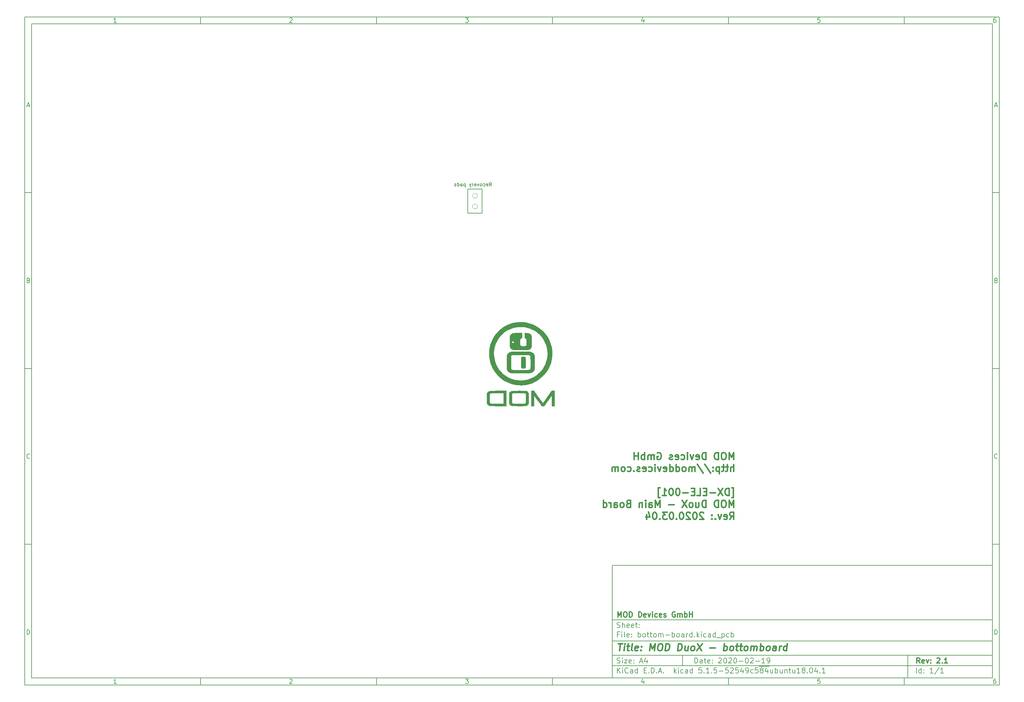
<source format=gbr>
G04 #@! TF.GenerationSoftware,KiCad,Pcbnew,5.1.5-52549c5~84~ubuntu18.04.1*
G04 #@! TF.CreationDate,2020-03-05T11:49:07+01:00*
G04 #@! TF.ProjectId,bottom-board,626f7474-6f6d-42d6-926f-6172642e6b69,2.1*
G04 #@! TF.SameCoordinates,PX48111b4PY15fd6c8*
G04 #@! TF.FileFunction,Legend,Bot*
G04 #@! TF.FilePolarity,Positive*
%FSLAX46Y46*%
G04 Gerber Fmt 4.6, Leading zero omitted, Abs format (unit mm)*
G04 Created by KiCad (PCBNEW 5.1.5-52549c5~84~ubuntu18.04.1) date 2020-03-05 11:49:07*
%MOMM*%
%LPD*%
G04 APERTURE LIST*
%ADD10C,0.100000*%
%ADD11C,0.150000*%
%ADD12C,0.300000*%
%ADD13C,0.400000*%
%ADD14C,0.120000*%
G04 APERTURE END LIST*
D10*
D11*
X101434660Y-142949080D02*
X101434660Y-174949080D01*
X209434660Y-174949080D01*
X209434660Y-142949080D01*
X101434660Y-142949080D01*
D10*
D11*
X-65567540Y13058120D02*
X-65567540Y-176949080D01*
X211434660Y-176949080D01*
X211434660Y13058120D01*
X-65567540Y13058120D01*
D10*
D11*
X-63567540Y11058120D02*
X-63567540Y-174949080D01*
X209434660Y-174949080D01*
X209434660Y11058120D01*
X-63567540Y11058120D01*
D10*
D11*
X-15567540Y11058120D02*
X-15567540Y13058120D01*
D10*
D11*
X34432460Y11058120D02*
X34432460Y13058120D01*
D10*
D11*
X84432460Y11058120D02*
X84432460Y13058120D01*
D10*
D11*
X134432460Y11058120D02*
X134432460Y13058120D01*
D10*
D11*
X184432460Y11058120D02*
X184432460Y13058120D01*
D10*
D11*
X-39502064Y11470025D02*
X-40244921Y11470025D01*
X-39873493Y11470025D02*
X-39873493Y12770025D01*
X-39997302Y12584311D01*
X-40121112Y12460501D01*
X-40244921Y12398597D01*
D10*
D11*
X9755079Y12646216D02*
X9816983Y12708120D01*
X9940793Y12770025D01*
X10250317Y12770025D01*
X10374126Y12708120D01*
X10436031Y12646216D01*
X10497936Y12522406D01*
X10497936Y12398597D01*
X10436031Y12212882D01*
X9693174Y11470025D01*
X10497936Y11470025D01*
D10*
D11*
X59693174Y12770025D02*
X60497936Y12770025D01*
X60064602Y12274787D01*
X60250317Y12274787D01*
X60374126Y12212882D01*
X60436031Y12150978D01*
X60497936Y12027168D01*
X60497936Y11717644D01*
X60436031Y11593835D01*
X60374126Y11531930D01*
X60250317Y11470025D01*
X59878888Y11470025D01*
X59755079Y11531930D01*
X59693174Y11593835D01*
D10*
D11*
X110374126Y12336692D02*
X110374126Y11470025D01*
X110064602Y12831930D02*
X109755079Y11903359D01*
X110559840Y11903359D01*
D10*
D11*
X160436031Y12770025D02*
X159816983Y12770025D01*
X159755079Y12150978D01*
X159816983Y12212882D01*
X159940793Y12274787D01*
X160250317Y12274787D01*
X160374126Y12212882D01*
X160436031Y12150978D01*
X160497936Y12027168D01*
X160497936Y11717644D01*
X160436031Y11593835D01*
X160374126Y11531930D01*
X160250317Y11470025D01*
X159940793Y11470025D01*
X159816983Y11531930D01*
X159755079Y11593835D01*
D10*
D11*
X210374126Y12770025D02*
X210126507Y12770025D01*
X210002698Y12708120D01*
X209940793Y12646216D01*
X209816983Y12460501D01*
X209755079Y12212882D01*
X209755079Y11717644D01*
X209816983Y11593835D01*
X209878888Y11531930D01*
X210002698Y11470025D01*
X210250317Y11470025D01*
X210374126Y11531930D01*
X210436031Y11593835D01*
X210497936Y11717644D01*
X210497936Y12027168D01*
X210436031Y12150978D01*
X210374126Y12212882D01*
X210250317Y12274787D01*
X210002698Y12274787D01*
X209878888Y12212882D01*
X209816983Y12150978D01*
X209755079Y12027168D01*
D10*
D11*
X-15567540Y-174949080D02*
X-15567540Y-176949080D01*
D10*
D11*
X34432460Y-174949080D02*
X34432460Y-176949080D01*
D10*
D11*
X84432460Y-174949080D02*
X84432460Y-176949080D01*
D10*
D11*
X134432460Y-174949080D02*
X134432460Y-176949080D01*
D10*
D11*
X184432460Y-174949080D02*
X184432460Y-176949080D01*
D10*
D11*
X-39502064Y-176537175D02*
X-40244921Y-176537175D01*
X-39873493Y-176537175D02*
X-39873493Y-175237175D01*
X-39997302Y-175422889D01*
X-40121112Y-175546699D01*
X-40244921Y-175608603D01*
D10*
D11*
X9755079Y-175360984D02*
X9816983Y-175299080D01*
X9940793Y-175237175D01*
X10250317Y-175237175D01*
X10374126Y-175299080D01*
X10436031Y-175360984D01*
X10497936Y-175484794D01*
X10497936Y-175608603D01*
X10436031Y-175794318D01*
X9693174Y-176537175D01*
X10497936Y-176537175D01*
D10*
D11*
X59693174Y-175237175D02*
X60497936Y-175237175D01*
X60064602Y-175732413D01*
X60250317Y-175732413D01*
X60374126Y-175794318D01*
X60436031Y-175856222D01*
X60497936Y-175980032D01*
X60497936Y-176289556D01*
X60436031Y-176413365D01*
X60374126Y-176475270D01*
X60250317Y-176537175D01*
X59878888Y-176537175D01*
X59755079Y-176475270D01*
X59693174Y-176413365D01*
D10*
D11*
X110374126Y-175670508D02*
X110374126Y-176537175D01*
X110064602Y-175175270D02*
X109755079Y-176103841D01*
X110559840Y-176103841D01*
D10*
D11*
X160436031Y-175237175D02*
X159816983Y-175237175D01*
X159755079Y-175856222D01*
X159816983Y-175794318D01*
X159940793Y-175732413D01*
X160250317Y-175732413D01*
X160374126Y-175794318D01*
X160436031Y-175856222D01*
X160497936Y-175980032D01*
X160497936Y-176289556D01*
X160436031Y-176413365D01*
X160374126Y-176475270D01*
X160250317Y-176537175D01*
X159940793Y-176537175D01*
X159816983Y-176475270D01*
X159755079Y-176413365D01*
D10*
D11*
X210374126Y-175237175D02*
X210126507Y-175237175D01*
X210002698Y-175299080D01*
X209940793Y-175360984D01*
X209816983Y-175546699D01*
X209755079Y-175794318D01*
X209755079Y-176289556D01*
X209816983Y-176413365D01*
X209878888Y-176475270D01*
X210002698Y-176537175D01*
X210250317Y-176537175D01*
X210374126Y-176475270D01*
X210436031Y-176413365D01*
X210497936Y-176289556D01*
X210497936Y-175980032D01*
X210436031Y-175856222D01*
X210374126Y-175794318D01*
X210250317Y-175732413D01*
X210002698Y-175732413D01*
X209878888Y-175794318D01*
X209816983Y-175856222D01*
X209755079Y-175980032D01*
D10*
D11*
X-65567540Y-36941880D02*
X-63567540Y-36941880D01*
D10*
D11*
X-65567540Y-86941880D02*
X-63567540Y-86941880D01*
D10*
D11*
X-65567540Y-136941880D02*
X-63567540Y-136941880D01*
D10*
D11*
X-64877064Y-12158546D02*
X-64258017Y-12158546D01*
X-65000874Y-12529975D02*
X-64567540Y-11229975D01*
X-64134207Y-12529975D01*
D10*
D11*
X-64474683Y-61849022D02*
X-64288969Y-61910927D01*
X-64227064Y-61972832D01*
X-64165160Y-62096641D01*
X-64165160Y-62282356D01*
X-64227064Y-62406165D01*
X-64288969Y-62468070D01*
X-64412779Y-62529975D01*
X-64908017Y-62529975D01*
X-64908017Y-61229975D01*
X-64474683Y-61229975D01*
X-64350874Y-61291880D01*
X-64288969Y-61353784D01*
X-64227064Y-61477594D01*
X-64227064Y-61601403D01*
X-64288969Y-61725213D01*
X-64350874Y-61787118D01*
X-64474683Y-61849022D01*
X-64908017Y-61849022D01*
D10*
D11*
X-64165160Y-112406165D02*
X-64227064Y-112468070D01*
X-64412779Y-112529975D01*
X-64536588Y-112529975D01*
X-64722302Y-112468070D01*
X-64846112Y-112344260D01*
X-64908017Y-112220451D01*
X-64969921Y-111972832D01*
X-64969921Y-111787118D01*
X-64908017Y-111539499D01*
X-64846112Y-111415689D01*
X-64722302Y-111291880D01*
X-64536588Y-111229975D01*
X-64412779Y-111229975D01*
X-64227064Y-111291880D01*
X-64165160Y-111353784D01*
D10*
D11*
X-64908017Y-162529975D02*
X-64908017Y-161229975D01*
X-64598493Y-161229975D01*
X-64412779Y-161291880D01*
X-64288969Y-161415689D01*
X-64227064Y-161539499D01*
X-64165160Y-161787118D01*
X-64165160Y-161972832D01*
X-64227064Y-162220451D01*
X-64288969Y-162344260D01*
X-64412779Y-162468070D01*
X-64598493Y-162529975D01*
X-64908017Y-162529975D01*
D10*
D11*
X211434660Y-36941880D02*
X209434660Y-36941880D01*
D10*
D11*
X211434660Y-86941880D02*
X209434660Y-86941880D01*
D10*
D11*
X211434660Y-136941880D02*
X209434660Y-136941880D01*
D10*
D11*
X210125136Y-12158546D02*
X210744183Y-12158546D01*
X210001326Y-12529975D02*
X210434660Y-11229975D01*
X210867993Y-12529975D01*
D10*
D11*
X210527517Y-61849022D02*
X210713231Y-61910927D01*
X210775136Y-61972832D01*
X210837040Y-62096641D01*
X210837040Y-62282356D01*
X210775136Y-62406165D01*
X210713231Y-62468070D01*
X210589421Y-62529975D01*
X210094183Y-62529975D01*
X210094183Y-61229975D01*
X210527517Y-61229975D01*
X210651326Y-61291880D01*
X210713231Y-61353784D01*
X210775136Y-61477594D01*
X210775136Y-61601403D01*
X210713231Y-61725213D01*
X210651326Y-61787118D01*
X210527517Y-61849022D01*
X210094183Y-61849022D01*
D10*
D11*
X210837040Y-112406165D02*
X210775136Y-112468070D01*
X210589421Y-112529975D01*
X210465612Y-112529975D01*
X210279898Y-112468070D01*
X210156088Y-112344260D01*
X210094183Y-112220451D01*
X210032279Y-111972832D01*
X210032279Y-111787118D01*
X210094183Y-111539499D01*
X210156088Y-111415689D01*
X210279898Y-111291880D01*
X210465612Y-111229975D01*
X210589421Y-111229975D01*
X210775136Y-111291880D01*
X210837040Y-111353784D01*
D10*
D11*
X210094183Y-162529975D02*
X210094183Y-161229975D01*
X210403707Y-161229975D01*
X210589421Y-161291880D01*
X210713231Y-161415689D01*
X210775136Y-161539499D01*
X210837040Y-161787118D01*
X210837040Y-161972832D01*
X210775136Y-162220451D01*
X210713231Y-162344260D01*
X210589421Y-162468070D01*
X210403707Y-162529975D01*
X210094183Y-162529975D01*
D10*
D11*
X124866802Y-170727651D02*
X124866802Y-169227651D01*
X125223945Y-169227651D01*
X125438231Y-169299080D01*
X125581088Y-169441937D01*
X125652517Y-169584794D01*
X125723945Y-169870508D01*
X125723945Y-170084794D01*
X125652517Y-170370508D01*
X125581088Y-170513365D01*
X125438231Y-170656222D01*
X125223945Y-170727651D01*
X124866802Y-170727651D01*
X127009660Y-170727651D02*
X127009660Y-169941937D01*
X126938231Y-169799080D01*
X126795374Y-169727651D01*
X126509660Y-169727651D01*
X126366802Y-169799080D01*
X127009660Y-170656222D02*
X126866802Y-170727651D01*
X126509660Y-170727651D01*
X126366802Y-170656222D01*
X126295374Y-170513365D01*
X126295374Y-170370508D01*
X126366802Y-170227651D01*
X126509660Y-170156222D01*
X126866802Y-170156222D01*
X127009660Y-170084794D01*
X127509660Y-169727651D02*
X128081088Y-169727651D01*
X127723945Y-169227651D02*
X127723945Y-170513365D01*
X127795374Y-170656222D01*
X127938231Y-170727651D01*
X128081088Y-170727651D01*
X129152517Y-170656222D02*
X129009660Y-170727651D01*
X128723945Y-170727651D01*
X128581088Y-170656222D01*
X128509660Y-170513365D01*
X128509660Y-169941937D01*
X128581088Y-169799080D01*
X128723945Y-169727651D01*
X129009660Y-169727651D01*
X129152517Y-169799080D01*
X129223945Y-169941937D01*
X129223945Y-170084794D01*
X128509660Y-170227651D01*
X129866802Y-170584794D02*
X129938231Y-170656222D01*
X129866802Y-170727651D01*
X129795374Y-170656222D01*
X129866802Y-170584794D01*
X129866802Y-170727651D01*
X129866802Y-169799080D02*
X129938231Y-169870508D01*
X129866802Y-169941937D01*
X129795374Y-169870508D01*
X129866802Y-169799080D01*
X129866802Y-169941937D01*
X131652517Y-169370508D02*
X131723945Y-169299080D01*
X131866802Y-169227651D01*
X132223945Y-169227651D01*
X132366802Y-169299080D01*
X132438231Y-169370508D01*
X132509660Y-169513365D01*
X132509660Y-169656222D01*
X132438231Y-169870508D01*
X131581088Y-170727651D01*
X132509660Y-170727651D01*
X133438231Y-169227651D02*
X133581088Y-169227651D01*
X133723945Y-169299080D01*
X133795374Y-169370508D01*
X133866802Y-169513365D01*
X133938231Y-169799080D01*
X133938231Y-170156222D01*
X133866802Y-170441937D01*
X133795374Y-170584794D01*
X133723945Y-170656222D01*
X133581088Y-170727651D01*
X133438231Y-170727651D01*
X133295374Y-170656222D01*
X133223945Y-170584794D01*
X133152517Y-170441937D01*
X133081088Y-170156222D01*
X133081088Y-169799080D01*
X133152517Y-169513365D01*
X133223945Y-169370508D01*
X133295374Y-169299080D01*
X133438231Y-169227651D01*
X134509660Y-169370508D02*
X134581088Y-169299080D01*
X134723945Y-169227651D01*
X135081088Y-169227651D01*
X135223945Y-169299080D01*
X135295374Y-169370508D01*
X135366802Y-169513365D01*
X135366802Y-169656222D01*
X135295374Y-169870508D01*
X134438231Y-170727651D01*
X135366802Y-170727651D01*
X136295374Y-169227651D02*
X136438231Y-169227651D01*
X136581088Y-169299080D01*
X136652517Y-169370508D01*
X136723945Y-169513365D01*
X136795374Y-169799080D01*
X136795374Y-170156222D01*
X136723945Y-170441937D01*
X136652517Y-170584794D01*
X136581088Y-170656222D01*
X136438231Y-170727651D01*
X136295374Y-170727651D01*
X136152517Y-170656222D01*
X136081088Y-170584794D01*
X136009660Y-170441937D01*
X135938231Y-170156222D01*
X135938231Y-169799080D01*
X136009660Y-169513365D01*
X136081088Y-169370508D01*
X136152517Y-169299080D01*
X136295374Y-169227651D01*
X137438231Y-170156222D02*
X138581088Y-170156222D01*
X139581088Y-169227651D02*
X139723945Y-169227651D01*
X139866802Y-169299080D01*
X139938231Y-169370508D01*
X140009660Y-169513365D01*
X140081088Y-169799080D01*
X140081088Y-170156222D01*
X140009660Y-170441937D01*
X139938231Y-170584794D01*
X139866802Y-170656222D01*
X139723945Y-170727651D01*
X139581088Y-170727651D01*
X139438231Y-170656222D01*
X139366802Y-170584794D01*
X139295374Y-170441937D01*
X139223945Y-170156222D01*
X139223945Y-169799080D01*
X139295374Y-169513365D01*
X139366802Y-169370508D01*
X139438231Y-169299080D01*
X139581088Y-169227651D01*
X140652517Y-169370508D02*
X140723945Y-169299080D01*
X140866802Y-169227651D01*
X141223945Y-169227651D01*
X141366802Y-169299080D01*
X141438231Y-169370508D01*
X141509660Y-169513365D01*
X141509660Y-169656222D01*
X141438231Y-169870508D01*
X140581088Y-170727651D01*
X141509660Y-170727651D01*
X142152517Y-170156222D02*
X143295374Y-170156222D01*
X144795374Y-170727651D02*
X143938231Y-170727651D01*
X144366802Y-170727651D02*
X144366802Y-169227651D01*
X144223945Y-169441937D01*
X144081088Y-169584794D01*
X143938231Y-169656222D01*
X145509660Y-170727651D02*
X145795374Y-170727651D01*
X145938231Y-170656222D01*
X146009660Y-170584794D01*
X146152517Y-170370508D01*
X146223945Y-170084794D01*
X146223945Y-169513365D01*
X146152517Y-169370508D01*
X146081088Y-169299080D01*
X145938231Y-169227651D01*
X145652517Y-169227651D01*
X145509660Y-169299080D01*
X145438231Y-169370508D01*
X145366802Y-169513365D01*
X145366802Y-169870508D01*
X145438231Y-170013365D01*
X145509660Y-170084794D01*
X145652517Y-170156222D01*
X145938231Y-170156222D01*
X146081088Y-170084794D01*
X146152517Y-170013365D01*
X146223945Y-169870508D01*
D10*
D11*
X101434660Y-171449080D02*
X209434660Y-171449080D01*
D10*
D11*
X102866802Y-173527651D02*
X102866802Y-172027651D01*
X103723945Y-173527651D02*
X103081088Y-172670508D01*
X103723945Y-172027651D02*
X102866802Y-172884794D01*
X104366802Y-173527651D02*
X104366802Y-172527651D01*
X104366802Y-172027651D02*
X104295374Y-172099080D01*
X104366802Y-172170508D01*
X104438231Y-172099080D01*
X104366802Y-172027651D01*
X104366802Y-172170508D01*
X105938231Y-173384794D02*
X105866802Y-173456222D01*
X105652517Y-173527651D01*
X105509660Y-173527651D01*
X105295374Y-173456222D01*
X105152517Y-173313365D01*
X105081088Y-173170508D01*
X105009660Y-172884794D01*
X105009660Y-172670508D01*
X105081088Y-172384794D01*
X105152517Y-172241937D01*
X105295374Y-172099080D01*
X105509660Y-172027651D01*
X105652517Y-172027651D01*
X105866802Y-172099080D01*
X105938231Y-172170508D01*
X107223945Y-173527651D02*
X107223945Y-172741937D01*
X107152517Y-172599080D01*
X107009660Y-172527651D01*
X106723945Y-172527651D01*
X106581088Y-172599080D01*
X107223945Y-173456222D02*
X107081088Y-173527651D01*
X106723945Y-173527651D01*
X106581088Y-173456222D01*
X106509660Y-173313365D01*
X106509660Y-173170508D01*
X106581088Y-173027651D01*
X106723945Y-172956222D01*
X107081088Y-172956222D01*
X107223945Y-172884794D01*
X108581088Y-173527651D02*
X108581088Y-172027651D01*
X108581088Y-173456222D02*
X108438231Y-173527651D01*
X108152517Y-173527651D01*
X108009660Y-173456222D01*
X107938231Y-173384794D01*
X107866802Y-173241937D01*
X107866802Y-172813365D01*
X107938231Y-172670508D01*
X108009660Y-172599080D01*
X108152517Y-172527651D01*
X108438231Y-172527651D01*
X108581088Y-172599080D01*
X110438231Y-172741937D02*
X110938231Y-172741937D01*
X111152517Y-173527651D02*
X110438231Y-173527651D01*
X110438231Y-172027651D01*
X111152517Y-172027651D01*
X111795374Y-173384794D02*
X111866802Y-173456222D01*
X111795374Y-173527651D01*
X111723945Y-173456222D01*
X111795374Y-173384794D01*
X111795374Y-173527651D01*
X112509660Y-173527651D02*
X112509660Y-172027651D01*
X112866802Y-172027651D01*
X113081088Y-172099080D01*
X113223945Y-172241937D01*
X113295374Y-172384794D01*
X113366802Y-172670508D01*
X113366802Y-172884794D01*
X113295374Y-173170508D01*
X113223945Y-173313365D01*
X113081088Y-173456222D01*
X112866802Y-173527651D01*
X112509660Y-173527651D01*
X114009660Y-173384794D02*
X114081088Y-173456222D01*
X114009660Y-173527651D01*
X113938231Y-173456222D01*
X114009660Y-173384794D01*
X114009660Y-173527651D01*
X114652517Y-173099080D02*
X115366802Y-173099080D01*
X114509660Y-173527651D02*
X115009660Y-172027651D01*
X115509660Y-173527651D01*
X116009660Y-173384794D02*
X116081088Y-173456222D01*
X116009660Y-173527651D01*
X115938231Y-173456222D01*
X116009660Y-173384794D01*
X116009660Y-173527651D01*
X119009660Y-173527651D02*
X119009660Y-172027651D01*
X119152517Y-172956222D02*
X119581088Y-173527651D01*
X119581088Y-172527651D02*
X119009660Y-173099080D01*
X120223945Y-173527651D02*
X120223945Y-172527651D01*
X120223945Y-172027651D02*
X120152517Y-172099080D01*
X120223945Y-172170508D01*
X120295374Y-172099080D01*
X120223945Y-172027651D01*
X120223945Y-172170508D01*
X121581088Y-173456222D02*
X121438231Y-173527651D01*
X121152517Y-173527651D01*
X121009660Y-173456222D01*
X120938231Y-173384794D01*
X120866802Y-173241937D01*
X120866802Y-172813365D01*
X120938231Y-172670508D01*
X121009660Y-172599080D01*
X121152517Y-172527651D01*
X121438231Y-172527651D01*
X121581088Y-172599080D01*
X122866802Y-173527651D02*
X122866802Y-172741937D01*
X122795374Y-172599080D01*
X122652517Y-172527651D01*
X122366802Y-172527651D01*
X122223945Y-172599080D01*
X122866802Y-173456222D02*
X122723945Y-173527651D01*
X122366802Y-173527651D01*
X122223945Y-173456222D01*
X122152517Y-173313365D01*
X122152517Y-173170508D01*
X122223945Y-173027651D01*
X122366802Y-172956222D01*
X122723945Y-172956222D01*
X122866802Y-172884794D01*
X124223945Y-173527651D02*
X124223945Y-172027651D01*
X124223945Y-173456222D02*
X124081088Y-173527651D01*
X123795374Y-173527651D01*
X123652517Y-173456222D01*
X123581088Y-173384794D01*
X123509660Y-173241937D01*
X123509660Y-172813365D01*
X123581088Y-172670508D01*
X123652517Y-172599080D01*
X123795374Y-172527651D01*
X124081088Y-172527651D01*
X124223945Y-172599080D01*
X126795374Y-172027651D02*
X126081088Y-172027651D01*
X126009660Y-172741937D01*
X126081088Y-172670508D01*
X126223945Y-172599080D01*
X126581088Y-172599080D01*
X126723945Y-172670508D01*
X126795374Y-172741937D01*
X126866802Y-172884794D01*
X126866802Y-173241937D01*
X126795374Y-173384794D01*
X126723945Y-173456222D01*
X126581088Y-173527651D01*
X126223945Y-173527651D01*
X126081088Y-173456222D01*
X126009660Y-173384794D01*
X127509660Y-173384794D02*
X127581088Y-173456222D01*
X127509660Y-173527651D01*
X127438231Y-173456222D01*
X127509660Y-173384794D01*
X127509660Y-173527651D01*
X129009660Y-173527651D02*
X128152517Y-173527651D01*
X128581088Y-173527651D02*
X128581088Y-172027651D01*
X128438231Y-172241937D01*
X128295374Y-172384794D01*
X128152517Y-172456222D01*
X129652517Y-173384794D02*
X129723945Y-173456222D01*
X129652517Y-173527651D01*
X129581088Y-173456222D01*
X129652517Y-173384794D01*
X129652517Y-173527651D01*
X131081088Y-172027651D02*
X130366802Y-172027651D01*
X130295374Y-172741937D01*
X130366802Y-172670508D01*
X130509660Y-172599080D01*
X130866802Y-172599080D01*
X131009660Y-172670508D01*
X131081088Y-172741937D01*
X131152517Y-172884794D01*
X131152517Y-173241937D01*
X131081088Y-173384794D01*
X131009660Y-173456222D01*
X130866802Y-173527651D01*
X130509660Y-173527651D01*
X130366802Y-173456222D01*
X130295374Y-173384794D01*
X131795374Y-172956222D02*
X132938231Y-172956222D01*
X134366802Y-172027651D02*
X133652517Y-172027651D01*
X133581088Y-172741937D01*
X133652517Y-172670508D01*
X133795374Y-172599080D01*
X134152517Y-172599080D01*
X134295374Y-172670508D01*
X134366802Y-172741937D01*
X134438231Y-172884794D01*
X134438231Y-173241937D01*
X134366802Y-173384794D01*
X134295374Y-173456222D01*
X134152517Y-173527651D01*
X133795374Y-173527651D01*
X133652517Y-173456222D01*
X133581088Y-173384794D01*
X135009660Y-172170508D02*
X135081088Y-172099080D01*
X135223945Y-172027651D01*
X135581088Y-172027651D01*
X135723945Y-172099080D01*
X135795374Y-172170508D01*
X135866802Y-172313365D01*
X135866802Y-172456222D01*
X135795374Y-172670508D01*
X134938231Y-173527651D01*
X135866802Y-173527651D01*
X137223945Y-172027651D02*
X136509660Y-172027651D01*
X136438231Y-172741937D01*
X136509660Y-172670508D01*
X136652517Y-172599080D01*
X137009660Y-172599080D01*
X137152517Y-172670508D01*
X137223945Y-172741937D01*
X137295374Y-172884794D01*
X137295374Y-173241937D01*
X137223945Y-173384794D01*
X137152517Y-173456222D01*
X137009660Y-173527651D01*
X136652517Y-173527651D01*
X136509660Y-173456222D01*
X136438231Y-173384794D01*
X138581088Y-172527651D02*
X138581088Y-173527651D01*
X138223945Y-171956222D02*
X137866802Y-173027651D01*
X138795374Y-173027651D01*
X139438231Y-173527651D02*
X139723945Y-173527651D01*
X139866802Y-173456222D01*
X139938231Y-173384794D01*
X140081088Y-173170508D01*
X140152517Y-172884794D01*
X140152517Y-172313365D01*
X140081088Y-172170508D01*
X140009660Y-172099080D01*
X139866802Y-172027651D01*
X139581088Y-172027651D01*
X139438231Y-172099080D01*
X139366802Y-172170508D01*
X139295374Y-172313365D01*
X139295374Y-172670508D01*
X139366802Y-172813365D01*
X139438231Y-172884794D01*
X139581088Y-172956222D01*
X139866802Y-172956222D01*
X140009660Y-172884794D01*
X140081088Y-172813365D01*
X140152517Y-172670508D01*
X141438231Y-173456222D02*
X141295374Y-173527651D01*
X141009660Y-173527651D01*
X140866802Y-173456222D01*
X140795374Y-173384794D01*
X140723945Y-173241937D01*
X140723945Y-172813365D01*
X140795374Y-172670508D01*
X140866802Y-172599080D01*
X141009660Y-172527651D01*
X141295374Y-172527651D01*
X141438231Y-172599080D01*
X142795374Y-172027651D02*
X142081088Y-172027651D01*
X142009660Y-172741937D01*
X142081088Y-172670508D01*
X142223945Y-172599080D01*
X142581088Y-172599080D01*
X142723945Y-172670508D01*
X142795374Y-172741937D01*
X142866802Y-172884794D01*
X142866802Y-173241937D01*
X142795374Y-173384794D01*
X142723945Y-173456222D01*
X142581088Y-173527651D01*
X142223945Y-173527651D01*
X142081088Y-173456222D01*
X142009660Y-173384794D01*
X143152517Y-171619080D02*
X144581088Y-171619080D01*
X143723945Y-172670508D02*
X143581088Y-172599080D01*
X143509660Y-172527651D01*
X143438231Y-172384794D01*
X143438231Y-172313365D01*
X143509660Y-172170508D01*
X143581088Y-172099080D01*
X143723945Y-172027651D01*
X144009660Y-172027651D01*
X144152517Y-172099080D01*
X144223945Y-172170508D01*
X144295374Y-172313365D01*
X144295374Y-172384794D01*
X144223945Y-172527651D01*
X144152517Y-172599080D01*
X144009660Y-172670508D01*
X143723945Y-172670508D01*
X143581088Y-172741937D01*
X143509660Y-172813365D01*
X143438231Y-172956222D01*
X143438231Y-173241937D01*
X143509660Y-173384794D01*
X143581088Y-173456222D01*
X143723945Y-173527651D01*
X144009660Y-173527651D01*
X144152517Y-173456222D01*
X144223945Y-173384794D01*
X144295374Y-173241937D01*
X144295374Y-172956222D01*
X144223945Y-172813365D01*
X144152517Y-172741937D01*
X144009660Y-172670508D01*
X144581088Y-171619080D02*
X146009659Y-171619080D01*
X145581088Y-172527651D02*
X145581088Y-173527651D01*
X145223945Y-171956222D02*
X144866802Y-173027651D01*
X145795374Y-173027651D01*
X147009659Y-172527651D02*
X147009659Y-173527651D01*
X146366802Y-172527651D02*
X146366802Y-173313365D01*
X146438231Y-173456222D01*
X146581088Y-173527651D01*
X146795374Y-173527651D01*
X146938231Y-173456222D01*
X147009659Y-173384794D01*
X147723945Y-173527651D02*
X147723945Y-172027651D01*
X147723945Y-172599080D02*
X147866802Y-172527651D01*
X148152517Y-172527651D01*
X148295374Y-172599080D01*
X148366802Y-172670508D01*
X148438231Y-172813365D01*
X148438231Y-173241937D01*
X148366802Y-173384794D01*
X148295374Y-173456222D01*
X148152517Y-173527651D01*
X147866802Y-173527651D01*
X147723945Y-173456222D01*
X149723945Y-172527651D02*
X149723945Y-173527651D01*
X149081088Y-172527651D02*
X149081088Y-173313365D01*
X149152517Y-173456222D01*
X149295374Y-173527651D01*
X149509659Y-173527651D01*
X149652517Y-173456222D01*
X149723945Y-173384794D01*
X150438231Y-172527651D02*
X150438231Y-173527651D01*
X150438231Y-172670508D02*
X150509659Y-172599080D01*
X150652517Y-172527651D01*
X150866802Y-172527651D01*
X151009659Y-172599080D01*
X151081088Y-172741937D01*
X151081088Y-173527651D01*
X151581088Y-172527651D02*
X152152517Y-172527651D01*
X151795374Y-172027651D02*
X151795374Y-173313365D01*
X151866802Y-173456222D01*
X152009660Y-173527651D01*
X152152517Y-173527651D01*
X153295374Y-172527651D02*
X153295374Y-173527651D01*
X152652517Y-172527651D02*
X152652517Y-173313365D01*
X152723945Y-173456222D01*
X152866802Y-173527651D01*
X153081088Y-173527651D01*
X153223945Y-173456222D01*
X153295374Y-173384794D01*
X154795374Y-173527651D02*
X153938231Y-173527651D01*
X154366802Y-173527651D02*
X154366802Y-172027651D01*
X154223945Y-172241937D01*
X154081088Y-172384794D01*
X153938231Y-172456222D01*
X155652517Y-172670508D02*
X155509659Y-172599080D01*
X155438231Y-172527651D01*
X155366802Y-172384794D01*
X155366802Y-172313365D01*
X155438231Y-172170508D01*
X155509659Y-172099080D01*
X155652517Y-172027651D01*
X155938231Y-172027651D01*
X156081088Y-172099080D01*
X156152517Y-172170508D01*
X156223945Y-172313365D01*
X156223945Y-172384794D01*
X156152517Y-172527651D01*
X156081088Y-172599080D01*
X155938231Y-172670508D01*
X155652517Y-172670508D01*
X155509659Y-172741937D01*
X155438231Y-172813365D01*
X155366802Y-172956222D01*
X155366802Y-173241937D01*
X155438231Y-173384794D01*
X155509659Y-173456222D01*
X155652517Y-173527651D01*
X155938231Y-173527651D01*
X156081088Y-173456222D01*
X156152517Y-173384794D01*
X156223945Y-173241937D01*
X156223945Y-172956222D01*
X156152517Y-172813365D01*
X156081088Y-172741937D01*
X155938231Y-172670508D01*
X156866802Y-173384794D02*
X156938231Y-173456222D01*
X156866802Y-173527651D01*
X156795374Y-173456222D01*
X156866802Y-173384794D01*
X156866802Y-173527651D01*
X157866802Y-172027651D02*
X158009659Y-172027651D01*
X158152517Y-172099080D01*
X158223945Y-172170508D01*
X158295374Y-172313365D01*
X158366802Y-172599080D01*
X158366802Y-172956222D01*
X158295374Y-173241937D01*
X158223945Y-173384794D01*
X158152517Y-173456222D01*
X158009659Y-173527651D01*
X157866802Y-173527651D01*
X157723945Y-173456222D01*
X157652517Y-173384794D01*
X157581088Y-173241937D01*
X157509659Y-172956222D01*
X157509659Y-172599080D01*
X157581088Y-172313365D01*
X157652517Y-172170508D01*
X157723945Y-172099080D01*
X157866802Y-172027651D01*
X159652517Y-172527651D02*
X159652517Y-173527651D01*
X159295374Y-171956222D02*
X158938231Y-173027651D01*
X159866802Y-173027651D01*
X160438231Y-173384794D02*
X160509659Y-173456222D01*
X160438231Y-173527651D01*
X160366802Y-173456222D01*
X160438231Y-173384794D01*
X160438231Y-173527651D01*
X161938231Y-173527651D02*
X161081088Y-173527651D01*
X161509659Y-173527651D02*
X161509659Y-172027651D01*
X161366802Y-172241937D01*
X161223945Y-172384794D01*
X161081088Y-172456222D01*
D10*
D11*
X101434660Y-168449080D02*
X209434660Y-168449080D01*
D10*
D12*
X188843945Y-170727651D02*
X188343945Y-170013365D01*
X187986802Y-170727651D02*
X187986802Y-169227651D01*
X188558231Y-169227651D01*
X188701088Y-169299080D01*
X188772517Y-169370508D01*
X188843945Y-169513365D01*
X188843945Y-169727651D01*
X188772517Y-169870508D01*
X188701088Y-169941937D01*
X188558231Y-170013365D01*
X187986802Y-170013365D01*
X190058231Y-170656222D02*
X189915374Y-170727651D01*
X189629660Y-170727651D01*
X189486802Y-170656222D01*
X189415374Y-170513365D01*
X189415374Y-169941937D01*
X189486802Y-169799080D01*
X189629660Y-169727651D01*
X189915374Y-169727651D01*
X190058231Y-169799080D01*
X190129660Y-169941937D01*
X190129660Y-170084794D01*
X189415374Y-170227651D01*
X190629660Y-169727651D02*
X190986802Y-170727651D01*
X191343945Y-169727651D01*
X191915374Y-170584794D02*
X191986802Y-170656222D01*
X191915374Y-170727651D01*
X191843945Y-170656222D01*
X191915374Y-170584794D01*
X191915374Y-170727651D01*
X191915374Y-169799080D02*
X191986802Y-169870508D01*
X191915374Y-169941937D01*
X191843945Y-169870508D01*
X191915374Y-169799080D01*
X191915374Y-169941937D01*
X193701088Y-169370508D02*
X193772517Y-169299080D01*
X193915374Y-169227651D01*
X194272517Y-169227651D01*
X194415374Y-169299080D01*
X194486802Y-169370508D01*
X194558231Y-169513365D01*
X194558231Y-169656222D01*
X194486802Y-169870508D01*
X193629660Y-170727651D01*
X194558231Y-170727651D01*
X195201088Y-170584794D02*
X195272517Y-170656222D01*
X195201088Y-170727651D01*
X195129660Y-170656222D01*
X195201088Y-170584794D01*
X195201088Y-170727651D01*
X196701088Y-170727651D02*
X195843945Y-170727651D01*
X196272517Y-170727651D02*
X196272517Y-169227651D01*
X196129660Y-169441937D01*
X195986802Y-169584794D01*
X195843945Y-169656222D01*
D10*
D11*
X102795374Y-170656222D02*
X103009660Y-170727651D01*
X103366802Y-170727651D01*
X103509660Y-170656222D01*
X103581088Y-170584794D01*
X103652517Y-170441937D01*
X103652517Y-170299080D01*
X103581088Y-170156222D01*
X103509660Y-170084794D01*
X103366802Y-170013365D01*
X103081088Y-169941937D01*
X102938231Y-169870508D01*
X102866802Y-169799080D01*
X102795374Y-169656222D01*
X102795374Y-169513365D01*
X102866802Y-169370508D01*
X102938231Y-169299080D01*
X103081088Y-169227651D01*
X103438231Y-169227651D01*
X103652517Y-169299080D01*
X104295374Y-170727651D02*
X104295374Y-169727651D01*
X104295374Y-169227651D02*
X104223945Y-169299080D01*
X104295374Y-169370508D01*
X104366802Y-169299080D01*
X104295374Y-169227651D01*
X104295374Y-169370508D01*
X104866802Y-169727651D02*
X105652517Y-169727651D01*
X104866802Y-170727651D01*
X105652517Y-170727651D01*
X106795374Y-170656222D02*
X106652517Y-170727651D01*
X106366802Y-170727651D01*
X106223945Y-170656222D01*
X106152517Y-170513365D01*
X106152517Y-169941937D01*
X106223945Y-169799080D01*
X106366802Y-169727651D01*
X106652517Y-169727651D01*
X106795374Y-169799080D01*
X106866802Y-169941937D01*
X106866802Y-170084794D01*
X106152517Y-170227651D01*
X107509660Y-170584794D02*
X107581088Y-170656222D01*
X107509660Y-170727651D01*
X107438231Y-170656222D01*
X107509660Y-170584794D01*
X107509660Y-170727651D01*
X107509660Y-169799080D02*
X107581088Y-169870508D01*
X107509660Y-169941937D01*
X107438231Y-169870508D01*
X107509660Y-169799080D01*
X107509660Y-169941937D01*
X109295374Y-170299080D02*
X110009660Y-170299080D01*
X109152517Y-170727651D02*
X109652517Y-169227651D01*
X110152517Y-170727651D01*
X111295374Y-169727651D02*
X111295374Y-170727651D01*
X110938231Y-169156222D02*
X110581088Y-170227651D01*
X111509660Y-170227651D01*
D10*
D11*
X187866802Y-173527651D02*
X187866802Y-172027651D01*
X189223945Y-173527651D02*
X189223945Y-172027651D01*
X189223945Y-173456222D02*
X189081088Y-173527651D01*
X188795374Y-173527651D01*
X188652517Y-173456222D01*
X188581088Y-173384794D01*
X188509660Y-173241937D01*
X188509660Y-172813365D01*
X188581088Y-172670508D01*
X188652517Y-172599080D01*
X188795374Y-172527651D01*
X189081088Y-172527651D01*
X189223945Y-172599080D01*
X189938231Y-173384794D02*
X190009660Y-173456222D01*
X189938231Y-173527651D01*
X189866802Y-173456222D01*
X189938231Y-173384794D01*
X189938231Y-173527651D01*
X189938231Y-172599080D02*
X190009660Y-172670508D01*
X189938231Y-172741937D01*
X189866802Y-172670508D01*
X189938231Y-172599080D01*
X189938231Y-172741937D01*
X192581088Y-173527651D02*
X191723945Y-173527651D01*
X192152517Y-173527651D02*
X192152517Y-172027651D01*
X192009660Y-172241937D01*
X191866802Y-172384794D01*
X191723945Y-172456222D01*
X194295374Y-171956222D02*
X193009660Y-173884794D01*
X195581088Y-173527651D02*
X194723945Y-173527651D01*
X195152517Y-173527651D02*
X195152517Y-172027651D01*
X195009660Y-172241937D01*
X194866802Y-172384794D01*
X194723945Y-172456222D01*
D10*
D11*
X101434660Y-164449080D02*
X209434660Y-164449080D01*
D10*
D13*
X103147040Y-165153841D02*
X104289898Y-165153841D01*
X103468469Y-167153841D02*
X103718469Y-165153841D01*
X104706564Y-167153841D02*
X104873231Y-165820508D01*
X104956564Y-165153841D02*
X104849421Y-165249080D01*
X104932755Y-165344318D01*
X105039898Y-165249080D01*
X104956564Y-165153841D01*
X104932755Y-165344318D01*
X105539898Y-165820508D02*
X106301802Y-165820508D01*
X105908945Y-165153841D02*
X105694660Y-166868127D01*
X105766088Y-167058603D01*
X105944660Y-167153841D01*
X106135136Y-167153841D01*
X107087517Y-167153841D02*
X106908945Y-167058603D01*
X106837517Y-166868127D01*
X107051802Y-165153841D01*
X108623231Y-167058603D02*
X108420850Y-167153841D01*
X108039898Y-167153841D01*
X107861326Y-167058603D01*
X107789898Y-166868127D01*
X107885136Y-166106222D01*
X108004183Y-165915746D01*
X108206564Y-165820508D01*
X108587517Y-165820508D01*
X108766088Y-165915746D01*
X108837517Y-166106222D01*
X108813707Y-166296699D01*
X107837517Y-166487175D01*
X109587517Y-166963365D02*
X109670850Y-167058603D01*
X109563707Y-167153841D01*
X109480374Y-167058603D01*
X109587517Y-166963365D01*
X109563707Y-167153841D01*
X109718469Y-165915746D02*
X109801802Y-166010984D01*
X109694660Y-166106222D01*
X109611326Y-166010984D01*
X109718469Y-165915746D01*
X109694660Y-166106222D01*
X112039898Y-167153841D02*
X112289898Y-165153841D01*
X112777993Y-166582413D01*
X113623231Y-165153841D01*
X113373231Y-167153841D01*
X114956564Y-165153841D02*
X115337517Y-165153841D01*
X115516088Y-165249080D01*
X115682755Y-165439556D01*
X115730374Y-165820508D01*
X115647040Y-166487175D01*
X115504183Y-166868127D01*
X115289898Y-167058603D01*
X115087517Y-167153841D01*
X114706564Y-167153841D01*
X114527993Y-167058603D01*
X114361326Y-166868127D01*
X114313707Y-166487175D01*
X114397040Y-165820508D01*
X114539898Y-165439556D01*
X114754183Y-165249080D01*
X114956564Y-165153841D01*
X116420850Y-167153841D02*
X116670850Y-165153841D01*
X117147040Y-165153841D01*
X117420850Y-165249080D01*
X117587517Y-165439556D01*
X117658945Y-165630032D01*
X117706564Y-166010984D01*
X117670850Y-166296699D01*
X117527993Y-166677651D01*
X117408945Y-166868127D01*
X117194660Y-167058603D01*
X116897040Y-167153841D01*
X116420850Y-167153841D01*
X119944660Y-167153841D02*
X120194660Y-165153841D01*
X120670850Y-165153841D01*
X120944660Y-165249080D01*
X121111326Y-165439556D01*
X121182755Y-165630032D01*
X121230374Y-166010984D01*
X121194660Y-166296699D01*
X121051802Y-166677651D01*
X120932755Y-166868127D01*
X120718469Y-167058603D01*
X120420850Y-167153841D01*
X119944660Y-167153841D01*
X122968469Y-165820508D02*
X122801802Y-167153841D01*
X122111326Y-165820508D02*
X121980374Y-166868127D01*
X122051802Y-167058603D01*
X122230374Y-167153841D01*
X122516088Y-167153841D01*
X122718469Y-167058603D01*
X122825612Y-166963365D01*
X124039898Y-167153841D02*
X123861326Y-167058603D01*
X123777993Y-166963365D01*
X123706564Y-166772889D01*
X123777993Y-166201460D01*
X123897040Y-166010984D01*
X124004183Y-165915746D01*
X124206564Y-165820508D01*
X124492279Y-165820508D01*
X124670850Y-165915746D01*
X124754183Y-166010984D01*
X124825612Y-166201460D01*
X124754183Y-166772889D01*
X124635136Y-166963365D01*
X124527993Y-167058603D01*
X124325612Y-167153841D01*
X124039898Y-167153841D01*
X125623231Y-165153841D02*
X126706564Y-167153841D01*
X126956564Y-165153841D02*
X125373231Y-167153841D01*
X129087517Y-166391937D02*
X130611326Y-166391937D01*
X132992279Y-167153841D02*
X133242279Y-165153841D01*
X133147040Y-165915746D02*
X133349421Y-165820508D01*
X133730374Y-165820508D01*
X133908945Y-165915746D01*
X133992279Y-166010984D01*
X134063707Y-166201460D01*
X133992279Y-166772889D01*
X133873231Y-166963365D01*
X133766088Y-167058603D01*
X133563707Y-167153841D01*
X133182755Y-167153841D01*
X133004183Y-167058603D01*
X135087517Y-167153841D02*
X134908945Y-167058603D01*
X134825612Y-166963365D01*
X134754183Y-166772889D01*
X134825612Y-166201460D01*
X134944660Y-166010984D01*
X135051802Y-165915746D01*
X135254183Y-165820508D01*
X135539898Y-165820508D01*
X135718469Y-165915746D01*
X135801802Y-166010984D01*
X135873231Y-166201460D01*
X135801802Y-166772889D01*
X135682755Y-166963365D01*
X135575612Y-167058603D01*
X135373231Y-167153841D01*
X135087517Y-167153841D01*
X136492279Y-165820508D02*
X137254183Y-165820508D01*
X136861326Y-165153841D02*
X136647040Y-166868127D01*
X136718469Y-167058603D01*
X136897040Y-167153841D01*
X137087517Y-167153841D01*
X137635136Y-165820508D02*
X138397040Y-165820508D01*
X138004183Y-165153841D02*
X137789898Y-166868127D01*
X137861326Y-167058603D01*
X138039898Y-167153841D01*
X138230374Y-167153841D01*
X139182755Y-167153841D02*
X139004183Y-167058603D01*
X138920850Y-166963365D01*
X138849421Y-166772889D01*
X138920850Y-166201460D01*
X139039898Y-166010984D01*
X139147040Y-165915746D01*
X139349421Y-165820508D01*
X139635136Y-165820508D01*
X139813707Y-165915746D01*
X139897040Y-166010984D01*
X139968469Y-166201460D01*
X139897040Y-166772889D01*
X139777993Y-166963365D01*
X139670850Y-167058603D01*
X139468469Y-167153841D01*
X139182755Y-167153841D01*
X140706564Y-167153841D02*
X140873231Y-165820508D01*
X140849421Y-166010984D02*
X140956564Y-165915746D01*
X141158945Y-165820508D01*
X141444660Y-165820508D01*
X141623231Y-165915746D01*
X141694660Y-166106222D01*
X141563707Y-167153841D01*
X141694660Y-166106222D02*
X141813707Y-165915746D01*
X142016088Y-165820508D01*
X142301802Y-165820508D01*
X142480374Y-165915746D01*
X142551802Y-166106222D01*
X142420850Y-167153841D01*
X143373231Y-167153841D02*
X143623231Y-165153841D01*
X143527993Y-165915746D02*
X143730374Y-165820508D01*
X144111326Y-165820508D01*
X144289898Y-165915746D01*
X144373231Y-166010984D01*
X144444660Y-166201460D01*
X144373231Y-166772889D01*
X144254183Y-166963365D01*
X144147040Y-167058603D01*
X143944660Y-167153841D01*
X143563707Y-167153841D01*
X143385136Y-167058603D01*
X145468469Y-167153841D02*
X145289898Y-167058603D01*
X145206564Y-166963365D01*
X145135136Y-166772889D01*
X145206564Y-166201460D01*
X145325612Y-166010984D01*
X145432755Y-165915746D01*
X145635136Y-165820508D01*
X145920850Y-165820508D01*
X146099421Y-165915746D01*
X146182755Y-166010984D01*
X146254183Y-166201460D01*
X146182755Y-166772889D01*
X146063707Y-166963365D01*
X145956564Y-167058603D01*
X145754183Y-167153841D01*
X145468469Y-167153841D01*
X147849421Y-167153841D02*
X147980374Y-166106222D01*
X147908945Y-165915746D01*
X147730374Y-165820508D01*
X147349421Y-165820508D01*
X147147040Y-165915746D01*
X147861326Y-167058603D02*
X147658945Y-167153841D01*
X147182755Y-167153841D01*
X147004183Y-167058603D01*
X146932755Y-166868127D01*
X146956564Y-166677651D01*
X147075612Y-166487175D01*
X147277993Y-166391937D01*
X147754183Y-166391937D01*
X147956564Y-166296699D01*
X148801802Y-167153841D02*
X148968469Y-165820508D01*
X148920850Y-166201460D02*
X149039898Y-166010984D01*
X149147040Y-165915746D01*
X149349421Y-165820508D01*
X149539898Y-165820508D01*
X150897040Y-167153841D02*
X151147040Y-165153841D01*
X150908945Y-167058603D02*
X150706564Y-167153841D01*
X150325612Y-167153841D01*
X150147040Y-167058603D01*
X150063707Y-166963365D01*
X149992279Y-166772889D01*
X150063707Y-166201460D01*
X150182755Y-166010984D01*
X150289898Y-165915746D01*
X150492279Y-165820508D01*
X150873231Y-165820508D01*
X151051802Y-165915746D01*
D10*
D11*
X103366802Y-162541937D02*
X102866802Y-162541937D01*
X102866802Y-163327651D02*
X102866802Y-161827651D01*
X103581088Y-161827651D01*
X104152517Y-163327651D02*
X104152517Y-162327651D01*
X104152517Y-161827651D02*
X104081088Y-161899080D01*
X104152517Y-161970508D01*
X104223945Y-161899080D01*
X104152517Y-161827651D01*
X104152517Y-161970508D01*
X105081088Y-163327651D02*
X104938231Y-163256222D01*
X104866802Y-163113365D01*
X104866802Y-161827651D01*
X106223945Y-163256222D02*
X106081088Y-163327651D01*
X105795374Y-163327651D01*
X105652517Y-163256222D01*
X105581088Y-163113365D01*
X105581088Y-162541937D01*
X105652517Y-162399080D01*
X105795374Y-162327651D01*
X106081088Y-162327651D01*
X106223945Y-162399080D01*
X106295374Y-162541937D01*
X106295374Y-162684794D01*
X105581088Y-162827651D01*
X106938231Y-163184794D02*
X107009660Y-163256222D01*
X106938231Y-163327651D01*
X106866802Y-163256222D01*
X106938231Y-163184794D01*
X106938231Y-163327651D01*
X106938231Y-162399080D02*
X107009660Y-162470508D01*
X106938231Y-162541937D01*
X106866802Y-162470508D01*
X106938231Y-162399080D01*
X106938231Y-162541937D01*
X108795374Y-163327651D02*
X108795374Y-161827651D01*
X108795374Y-162399080D02*
X108938231Y-162327651D01*
X109223945Y-162327651D01*
X109366802Y-162399080D01*
X109438231Y-162470508D01*
X109509660Y-162613365D01*
X109509660Y-163041937D01*
X109438231Y-163184794D01*
X109366802Y-163256222D01*
X109223945Y-163327651D01*
X108938231Y-163327651D01*
X108795374Y-163256222D01*
X110366802Y-163327651D02*
X110223945Y-163256222D01*
X110152517Y-163184794D01*
X110081088Y-163041937D01*
X110081088Y-162613365D01*
X110152517Y-162470508D01*
X110223945Y-162399080D01*
X110366802Y-162327651D01*
X110581088Y-162327651D01*
X110723945Y-162399080D01*
X110795374Y-162470508D01*
X110866802Y-162613365D01*
X110866802Y-163041937D01*
X110795374Y-163184794D01*
X110723945Y-163256222D01*
X110581088Y-163327651D01*
X110366802Y-163327651D01*
X111295374Y-162327651D02*
X111866802Y-162327651D01*
X111509660Y-161827651D02*
X111509660Y-163113365D01*
X111581088Y-163256222D01*
X111723945Y-163327651D01*
X111866802Y-163327651D01*
X112152517Y-162327651D02*
X112723945Y-162327651D01*
X112366802Y-161827651D02*
X112366802Y-163113365D01*
X112438231Y-163256222D01*
X112581088Y-163327651D01*
X112723945Y-163327651D01*
X113438231Y-163327651D02*
X113295374Y-163256222D01*
X113223945Y-163184794D01*
X113152517Y-163041937D01*
X113152517Y-162613365D01*
X113223945Y-162470508D01*
X113295374Y-162399080D01*
X113438231Y-162327651D01*
X113652517Y-162327651D01*
X113795374Y-162399080D01*
X113866802Y-162470508D01*
X113938231Y-162613365D01*
X113938231Y-163041937D01*
X113866802Y-163184794D01*
X113795374Y-163256222D01*
X113652517Y-163327651D01*
X113438231Y-163327651D01*
X114581088Y-163327651D02*
X114581088Y-162327651D01*
X114581088Y-162470508D02*
X114652517Y-162399080D01*
X114795374Y-162327651D01*
X115009660Y-162327651D01*
X115152517Y-162399080D01*
X115223945Y-162541937D01*
X115223945Y-163327651D01*
X115223945Y-162541937D02*
X115295374Y-162399080D01*
X115438231Y-162327651D01*
X115652517Y-162327651D01*
X115795374Y-162399080D01*
X115866802Y-162541937D01*
X115866802Y-163327651D01*
X116581088Y-162756222D02*
X117723945Y-162756222D01*
X118438231Y-163327651D02*
X118438231Y-161827651D01*
X118438231Y-162399080D02*
X118581088Y-162327651D01*
X118866802Y-162327651D01*
X119009660Y-162399080D01*
X119081088Y-162470508D01*
X119152517Y-162613365D01*
X119152517Y-163041937D01*
X119081088Y-163184794D01*
X119009660Y-163256222D01*
X118866802Y-163327651D01*
X118581088Y-163327651D01*
X118438231Y-163256222D01*
X120009660Y-163327651D02*
X119866802Y-163256222D01*
X119795374Y-163184794D01*
X119723945Y-163041937D01*
X119723945Y-162613365D01*
X119795374Y-162470508D01*
X119866802Y-162399080D01*
X120009660Y-162327651D01*
X120223945Y-162327651D01*
X120366802Y-162399080D01*
X120438231Y-162470508D01*
X120509660Y-162613365D01*
X120509660Y-163041937D01*
X120438231Y-163184794D01*
X120366802Y-163256222D01*
X120223945Y-163327651D01*
X120009660Y-163327651D01*
X121795374Y-163327651D02*
X121795374Y-162541937D01*
X121723945Y-162399080D01*
X121581088Y-162327651D01*
X121295374Y-162327651D01*
X121152517Y-162399080D01*
X121795374Y-163256222D02*
X121652517Y-163327651D01*
X121295374Y-163327651D01*
X121152517Y-163256222D01*
X121081088Y-163113365D01*
X121081088Y-162970508D01*
X121152517Y-162827651D01*
X121295374Y-162756222D01*
X121652517Y-162756222D01*
X121795374Y-162684794D01*
X122509660Y-163327651D02*
X122509660Y-162327651D01*
X122509660Y-162613365D02*
X122581088Y-162470508D01*
X122652517Y-162399080D01*
X122795374Y-162327651D01*
X122938231Y-162327651D01*
X124081088Y-163327651D02*
X124081088Y-161827651D01*
X124081088Y-163256222D02*
X123938231Y-163327651D01*
X123652517Y-163327651D01*
X123509660Y-163256222D01*
X123438231Y-163184794D01*
X123366802Y-163041937D01*
X123366802Y-162613365D01*
X123438231Y-162470508D01*
X123509660Y-162399080D01*
X123652517Y-162327651D01*
X123938231Y-162327651D01*
X124081088Y-162399080D01*
X124795374Y-163184794D02*
X124866802Y-163256222D01*
X124795374Y-163327651D01*
X124723945Y-163256222D01*
X124795374Y-163184794D01*
X124795374Y-163327651D01*
X125509660Y-163327651D02*
X125509660Y-161827651D01*
X125652517Y-162756222D02*
X126081088Y-163327651D01*
X126081088Y-162327651D02*
X125509660Y-162899080D01*
X126723945Y-163327651D02*
X126723945Y-162327651D01*
X126723945Y-161827651D02*
X126652517Y-161899080D01*
X126723945Y-161970508D01*
X126795374Y-161899080D01*
X126723945Y-161827651D01*
X126723945Y-161970508D01*
X128081088Y-163256222D02*
X127938231Y-163327651D01*
X127652517Y-163327651D01*
X127509660Y-163256222D01*
X127438231Y-163184794D01*
X127366802Y-163041937D01*
X127366802Y-162613365D01*
X127438231Y-162470508D01*
X127509660Y-162399080D01*
X127652517Y-162327651D01*
X127938231Y-162327651D01*
X128081088Y-162399080D01*
X129366802Y-163327651D02*
X129366802Y-162541937D01*
X129295374Y-162399080D01*
X129152517Y-162327651D01*
X128866802Y-162327651D01*
X128723945Y-162399080D01*
X129366802Y-163256222D02*
X129223945Y-163327651D01*
X128866802Y-163327651D01*
X128723945Y-163256222D01*
X128652517Y-163113365D01*
X128652517Y-162970508D01*
X128723945Y-162827651D01*
X128866802Y-162756222D01*
X129223945Y-162756222D01*
X129366802Y-162684794D01*
X130723945Y-163327651D02*
X130723945Y-161827651D01*
X130723945Y-163256222D02*
X130581088Y-163327651D01*
X130295374Y-163327651D01*
X130152517Y-163256222D01*
X130081088Y-163184794D01*
X130009660Y-163041937D01*
X130009660Y-162613365D01*
X130081088Y-162470508D01*
X130152517Y-162399080D01*
X130295374Y-162327651D01*
X130581088Y-162327651D01*
X130723945Y-162399080D01*
X131081088Y-163470508D02*
X132223945Y-163470508D01*
X132581088Y-162327651D02*
X132581088Y-163827651D01*
X132581088Y-162399080D02*
X132723945Y-162327651D01*
X133009660Y-162327651D01*
X133152517Y-162399080D01*
X133223945Y-162470508D01*
X133295374Y-162613365D01*
X133295374Y-163041937D01*
X133223945Y-163184794D01*
X133152517Y-163256222D01*
X133009660Y-163327651D01*
X132723945Y-163327651D01*
X132581088Y-163256222D01*
X134581088Y-163256222D02*
X134438231Y-163327651D01*
X134152517Y-163327651D01*
X134009660Y-163256222D01*
X133938231Y-163184794D01*
X133866802Y-163041937D01*
X133866802Y-162613365D01*
X133938231Y-162470508D01*
X134009660Y-162399080D01*
X134152517Y-162327651D01*
X134438231Y-162327651D01*
X134581088Y-162399080D01*
X135223945Y-163327651D02*
X135223945Y-161827651D01*
X135223945Y-162399080D02*
X135366802Y-162327651D01*
X135652517Y-162327651D01*
X135795374Y-162399080D01*
X135866802Y-162470508D01*
X135938231Y-162613365D01*
X135938231Y-163041937D01*
X135866802Y-163184794D01*
X135795374Y-163256222D01*
X135652517Y-163327651D01*
X135366802Y-163327651D01*
X135223945Y-163256222D01*
D10*
D11*
X101434660Y-158449080D02*
X209434660Y-158449080D01*
D10*
D11*
X102795374Y-160556222D02*
X103009660Y-160627651D01*
X103366802Y-160627651D01*
X103509660Y-160556222D01*
X103581088Y-160484794D01*
X103652517Y-160341937D01*
X103652517Y-160199080D01*
X103581088Y-160056222D01*
X103509660Y-159984794D01*
X103366802Y-159913365D01*
X103081088Y-159841937D01*
X102938231Y-159770508D01*
X102866802Y-159699080D01*
X102795374Y-159556222D01*
X102795374Y-159413365D01*
X102866802Y-159270508D01*
X102938231Y-159199080D01*
X103081088Y-159127651D01*
X103438231Y-159127651D01*
X103652517Y-159199080D01*
X104295374Y-160627651D02*
X104295374Y-159127651D01*
X104938231Y-160627651D02*
X104938231Y-159841937D01*
X104866802Y-159699080D01*
X104723945Y-159627651D01*
X104509660Y-159627651D01*
X104366802Y-159699080D01*
X104295374Y-159770508D01*
X106223945Y-160556222D02*
X106081088Y-160627651D01*
X105795374Y-160627651D01*
X105652517Y-160556222D01*
X105581088Y-160413365D01*
X105581088Y-159841937D01*
X105652517Y-159699080D01*
X105795374Y-159627651D01*
X106081088Y-159627651D01*
X106223945Y-159699080D01*
X106295374Y-159841937D01*
X106295374Y-159984794D01*
X105581088Y-160127651D01*
X107509660Y-160556222D02*
X107366802Y-160627651D01*
X107081088Y-160627651D01*
X106938231Y-160556222D01*
X106866802Y-160413365D01*
X106866802Y-159841937D01*
X106938231Y-159699080D01*
X107081088Y-159627651D01*
X107366802Y-159627651D01*
X107509660Y-159699080D01*
X107581088Y-159841937D01*
X107581088Y-159984794D01*
X106866802Y-160127651D01*
X108009660Y-159627651D02*
X108581088Y-159627651D01*
X108223945Y-159127651D02*
X108223945Y-160413365D01*
X108295374Y-160556222D01*
X108438231Y-160627651D01*
X108581088Y-160627651D01*
X109081088Y-160484794D02*
X109152517Y-160556222D01*
X109081088Y-160627651D01*
X109009660Y-160556222D01*
X109081088Y-160484794D01*
X109081088Y-160627651D01*
X109081088Y-159699080D02*
X109152517Y-159770508D01*
X109081088Y-159841937D01*
X109009660Y-159770508D01*
X109081088Y-159699080D01*
X109081088Y-159841937D01*
D10*
D12*
X102986802Y-157627651D02*
X102986802Y-156127651D01*
X103486802Y-157199080D01*
X103986802Y-156127651D01*
X103986802Y-157627651D01*
X104986802Y-156127651D02*
X105272517Y-156127651D01*
X105415374Y-156199080D01*
X105558231Y-156341937D01*
X105629660Y-156627651D01*
X105629660Y-157127651D01*
X105558231Y-157413365D01*
X105415374Y-157556222D01*
X105272517Y-157627651D01*
X104986802Y-157627651D01*
X104843945Y-157556222D01*
X104701088Y-157413365D01*
X104629660Y-157127651D01*
X104629660Y-156627651D01*
X104701088Y-156341937D01*
X104843945Y-156199080D01*
X104986802Y-156127651D01*
X106272517Y-157627651D02*
X106272517Y-156127651D01*
X106629660Y-156127651D01*
X106843945Y-156199080D01*
X106986802Y-156341937D01*
X107058231Y-156484794D01*
X107129660Y-156770508D01*
X107129660Y-156984794D01*
X107058231Y-157270508D01*
X106986802Y-157413365D01*
X106843945Y-157556222D01*
X106629660Y-157627651D01*
X106272517Y-157627651D01*
X108915374Y-157627651D02*
X108915374Y-156127651D01*
X109272517Y-156127651D01*
X109486802Y-156199080D01*
X109629660Y-156341937D01*
X109701088Y-156484794D01*
X109772517Y-156770508D01*
X109772517Y-156984794D01*
X109701088Y-157270508D01*
X109629660Y-157413365D01*
X109486802Y-157556222D01*
X109272517Y-157627651D01*
X108915374Y-157627651D01*
X110986802Y-157556222D02*
X110843945Y-157627651D01*
X110558231Y-157627651D01*
X110415374Y-157556222D01*
X110343945Y-157413365D01*
X110343945Y-156841937D01*
X110415374Y-156699080D01*
X110558231Y-156627651D01*
X110843945Y-156627651D01*
X110986802Y-156699080D01*
X111058231Y-156841937D01*
X111058231Y-156984794D01*
X110343945Y-157127651D01*
X111558231Y-156627651D02*
X111915374Y-157627651D01*
X112272517Y-156627651D01*
X112843945Y-157627651D02*
X112843945Y-156627651D01*
X112843945Y-156127651D02*
X112772517Y-156199080D01*
X112843945Y-156270508D01*
X112915374Y-156199080D01*
X112843945Y-156127651D01*
X112843945Y-156270508D01*
X114201088Y-157556222D02*
X114058231Y-157627651D01*
X113772517Y-157627651D01*
X113629660Y-157556222D01*
X113558231Y-157484794D01*
X113486802Y-157341937D01*
X113486802Y-156913365D01*
X113558231Y-156770508D01*
X113629660Y-156699080D01*
X113772517Y-156627651D01*
X114058231Y-156627651D01*
X114201088Y-156699080D01*
X115415374Y-157556222D02*
X115272517Y-157627651D01*
X114986802Y-157627651D01*
X114843945Y-157556222D01*
X114772517Y-157413365D01*
X114772517Y-156841937D01*
X114843945Y-156699080D01*
X114986802Y-156627651D01*
X115272517Y-156627651D01*
X115415374Y-156699080D01*
X115486802Y-156841937D01*
X115486802Y-156984794D01*
X114772517Y-157127651D01*
X116058231Y-157556222D02*
X116201088Y-157627651D01*
X116486802Y-157627651D01*
X116629660Y-157556222D01*
X116701088Y-157413365D01*
X116701088Y-157341937D01*
X116629660Y-157199080D01*
X116486802Y-157127651D01*
X116272517Y-157127651D01*
X116129660Y-157056222D01*
X116058231Y-156913365D01*
X116058231Y-156841937D01*
X116129660Y-156699080D01*
X116272517Y-156627651D01*
X116486802Y-156627651D01*
X116629660Y-156699080D01*
X119272517Y-156199080D02*
X119129660Y-156127651D01*
X118915374Y-156127651D01*
X118701088Y-156199080D01*
X118558231Y-156341937D01*
X118486802Y-156484794D01*
X118415374Y-156770508D01*
X118415374Y-156984794D01*
X118486802Y-157270508D01*
X118558231Y-157413365D01*
X118701088Y-157556222D01*
X118915374Y-157627651D01*
X119058231Y-157627651D01*
X119272517Y-157556222D01*
X119343945Y-157484794D01*
X119343945Y-156984794D01*
X119058231Y-156984794D01*
X119986802Y-157627651D02*
X119986802Y-156627651D01*
X119986802Y-156770508D02*
X120058231Y-156699080D01*
X120201088Y-156627651D01*
X120415374Y-156627651D01*
X120558231Y-156699080D01*
X120629660Y-156841937D01*
X120629660Y-157627651D01*
X120629660Y-156841937D02*
X120701088Y-156699080D01*
X120843945Y-156627651D01*
X121058231Y-156627651D01*
X121201088Y-156699080D01*
X121272517Y-156841937D01*
X121272517Y-157627651D01*
X121986802Y-157627651D02*
X121986802Y-156127651D01*
X121986802Y-156699080D02*
X122129660Y-156627651D01*
X122415374Y-156627651D01*
X122558231Y-156699080D01*
X122629660Y-156770508D01*
X122701088Y-156913365D01*
X122701088Y-157341937D01*
X122629660Y-157484794D01*
X122558231Y-157556222D01*
X122415374Y-157627651D01*
X122129660Y-157627651D01*
X121986802Y-157556222D01*
X123343945Y-157627651D02*
X123343945Y-156127651D01*
X123343945Y-156841937D02*
X124201088Y-156841937D01*
X124201088Y-157627651D02*
X124201088Y-156127651D01*
D10*
D11*
X121434660Y-168449080D02*
X121434660Y-171449080D01*
D10*
D11*
X185434660Y-168449080D02*
X185434660Y-174949080D01*
X66489317Y-35052260D02*
X66822650Y-34576070D01*
X67060745Y-35052260D02*
X67060745Y-34052260D01*
X66679793Y-34052260D01*
X66584555Y-34099880D01*
X66536936Y-34147499D01*
X66489317Y-34242737D01*
X66489317Y-34385594D01*
X66536936Y-34480832D01*
X66584555Y-34528451D01*
X66679793Y-34576070D01*
X67060745Y-34576070D01*
X65679793Y-35004641D02*
X65775031Y-35052260D01*
X65965507Y-35052260D01*
X66060745Y-35004641D01*
X66108364Y-34909403D01*
X66108364Y-34528451D01*
X66060745Y-34433213D01*
X65965507Y-34385594D01*
X65775031Y-34385594D01*
X65679793Y-34433213D01*
X65632174Y-34528451D01*
X65632174Y-34623689D01*
X66108364Y-34718927D01*
X64775031Y-35004641D02*
X64870269Y-35052260D01*
X65060745Y-35052260D01*
X65155983Y-35004641D01*
X65203602Y-34957022D01*
X65251221Y-34861784D01*
X65251221Y-34576070D01*
X65203602Y-34480832D01*
X65155983Y-34433213D01*
X65060745Y-34385594D01*
X64870269Y-34385594D01*
X64775031Y-34433213D01*
X64203602Y-35052260D02*
X64298840Y-35004641D01*
X64346460Y-34957022D01*
X64394079Y-34861784D01*
X64394079Y-34576070D01*
X64346460Y-34480832D01*
X64298840Y-34433213D01*
X64203602Y-34385594D01*
X64060745Y-34385594D01*
X63965507Y-34433213D01*
X63917888Y-34480832D01*
X63870269Y-34576070D01*
X63870269Y-34861784D01*
X63917888Y-34957022D01*
X63965507Y-35004641D01*
X64060745Y-35052260D01*
X64203602Y-35052260D01*
X63536936Y-34385594D02*
X63298840Y-35052260D01*
X63060745Y-34385594D01*
X62298840Y-35004641D02*
X62394079Y-35052260D01*
X62584555Y-35052260D01*
X62679793Y-35004641D01*
X62727412Y-34909403D01*
X62727412Y-34528451D01*
X62679793Y-34433213D01*
X62584555Y-34385594D01*
X62394079Y-34385594D01*
X62298840Y-34433213D01*
X62251221Y-34528451D01*
X62251221Y-34623689D01*
X62727412Y-34718927D01*
X61822650Y-35052260D02*
X61822650Y-34385594D01*
X61822650Y-34576070D02*
X61775031Y-34480832D01*
X61727412Y-34433213D01*
X61632174Y-34385594D01*
X61536936Y-34385594D01*
X61298840Y-34385594D02*
X61060745Y-35052260D01*
X60822650Y-34385594D02*
X61060745Y-35052260D01*
X61155983Y-35290356D01*
X61203602Y-35337975D01*
X61298840Y-35385594D01*
X59679793Y-34385594D02*
X59679793Y-35385594D01*
X59679793Y-34433213D02*
X59584555Y-34385594D01*
X59394079Y-34385594D01*
X59298840Y-34433213D01*
X59251221Y-34480832D01*
X59203602Y-34576070D01*
X59203602Y-34861784D01*
X59251221Y-34957022D01*
X59298840Y-35004641D01*
X59394079Y-35052260D01*
X59584555Y-35052260D01*
X59679793Y-35004641D01*
X58346460Y-35052260D02*
X58346460Y-34528451D01*
X58394079Y-34433213D01*
X58489317Y-34385594D01*
X58679793Y-34385594D01*
X58775031Y-34433213D01*
X58346460Y-35004641D02*
X58441698Y-35052260D01*
X58679793Y-35052260D01*
X58775031Y-35004641D01*
X58822650Y-34909403D01*
X58822650Y-34814165D01*
X58775031Y-34718927D01*
X58679793Y-34671308D01*
X58441698Y-34671308D01*
X58346460Y-34623689D01*
X57441698Y-35052260D02*
X57441698Y-34052260D01*
X57441698Y-35004641D02*
X57536936Y-35052260D01*
X57727412Y-35052260D01*
X57822650Y-35004641D01*
X57870269Y-34957022D01*
X57917888Y-34861784D01*
X57917888Y-34576070D01*
X57870269Y-34480832D01*
X57822650Y-34433213D01*
X57727412Y-34385594D01*
X57536936Y-34385594D01*
X57441698Y-34433213D01*
X57013126Y-35004641D02*
X56917888Y-35052260D01*
X56727412Y-35052260D01*
X56632174Y-35004641D01*
X56584555Y-34909403D01*
X56584555Y-34861784D01*
X56632174Y-34766546D01*
X56727412Y-34718927D01*
X56870269Y-34718927D01*
X56965507Y-34671308D01*
X57013126Y-34576070D01*
X57013126Y-34528451D01*
X56965507Y-34433213D01*
X56870269Y-34385594D01*
X56727412Y-34385594D01*
X56632174Y-34433213D01*
X60322460Y-42727880D02*
X60322460Y-35869880D01*
X64386460Y-42727880D02*
X60322460Y-42727880D01*
X64386460Y-35869880D02*
X64386460Y-42727880D01*
X60322460Y-35869880D02*
X64386460Y-35869880D01*
D13*
X135916269Y-112786641D02*
X135916269Y-110786641D01*
X135249602Y-112215213D01*
X134582936Y-110786641D01*
X134582936Y-112786641D01*
X133249602Y-110786641D02*
X132868650Y-110786641D01*
X132678174Y-110881880D01*
X132487698Y-111072356D01*
X132392460Y-111453308D01*
X132392460Y-112119975D01*
X132487698Y-112500927D01*
X132678174Y-112691403D01*
X132868650Y-112786641D01*
X133249602Y-112786641D01*
X133440079Y-112691403D01*
X133630555Y-112500927D01*
X133725793Y-112119975D01*
X133725793Y-111453308D01*
X133630555Y-111072356D01*
X133440079Y-110881880D01*
X133249602Y-110786641D01*
X131535317Y-112786641D02*
X131535317Y-110786641D01*
X131059126Y-110786641D01*
X130773412Y-110881880D01*
X130582936Y-111072356D01*
X130487698Y-111262832D01*
X130392460Y-111643784D01*
X130392460Y-111929499D01*
X130487698Y-112310451D01*
X130582936Y-112500927D01*
X130773412Y-112691403D01*
X131059126Y-112786641D01*
X131535317Y-112786641D01*
X128011507Y-112786641D02*
X128011507Y-110786641D01*
X127535317Y-110786641D01*
X127249602Y-110881880D01*
X127059126Y-111072356D01*
X126963888Y-111262832D01*
X126868650Y-111643784D01*
X126868650Y-111929499D01*
X126963888Y-112310451D01*
X127059126Y-112500927D01*
X127249602Y-112691403D01*
X127535317Y-112786641D01*
X128011507Y-112786641D01*
X125249602Y-112691403D02*
X125440079Y-112786641D01*
X125821031Y-112786641D01*
X126011507Y-112691403D01*
X126106745Y-112500927D01*
X126106745Y-111739022D01*
X126011507Y-111548546D01*
X125821031Y-111453308D01*
X125440079Y-111453308D01*
X125249602Y-111548546D01*
X125154364Y-111739022D01*
X125154364Y-111929499D01*
X126106745Y-112119975D01*
X124487698Y-111453308D02*
X124011507Y-112786641D01*
X123535317Y-111453308D01*
X122773412Y-112786641D02*
X122773412Y-111453308D01*
X122773412Y-110786641D02*
X122868650Y-110881880D01*
X122773412Y-110977118D01*
X122678174Y-110881880D01*
X122773412Y-110786641D01*
X122773412Y-110977118D01*
X120963888Y-112691403D02*
X121154364Y-112786641D01*
X121535317Y-112786641D01*
X121725793Y-112691403D01*
X121821031Y-112596165D01*
X121916269Y-112405689D01*
X121916269Y-111834260D01*
X121821031Y-111643784D01*
X121725793Y-111548546D01*
X121535317Y-111453308D01*
X121154364Y-111453308D01*
X120963888Y-111548546D01*
X119344840Y-112691403D02*
X119535317Y-112786641D01*
X119916269Y-112786641D01*
X120106745Y-112691403D01*
X120201983Y-112500927D01*
X120201983Y-111739022D01*
X120106745Y-111548546D01*
X119916269Y-111453308D01*
X119535317Y-111453308D01*
X119344840Y-111548546D01*
X119249602Y-111739022D01*
X119249602Y-111929499D01*
X120201983Y-112119975D01*
X118487698Y-112691403D02*
X118297221Y-112786641D01*
X117916269Y-112786641D01*
X117725793Y-112691403D01*
X117630555Y-112500927D01*
X117630555Y-112405689D01*
X117725793Y-112215213D01*
X117916269Y-112119975D01*
X118201983Y-112119975D01*
X118392460Y-112024737D01*
X118487698Y-111834260D01*
X118487698Y-111739022D01*
X118392460Y-111548546D01*
X118201983Y-111453308D01*
X117916269Y-111453308D01*
X117725793Y-111548546D01*
X114201983Y-110881880D02*
X114392460Y-110786641D01*
X114678174Y-110786641D01*
X114963888Y-110881880D01*
X115154364Y-111072356D01*
X115249602Y-111262832D01*
X115344840Y-111643784D01*
X115344840Y-111929499D01*
X115249602Y-112310451D01*
X115154364Y-112500927D01*
X114963888Y-112691403D01*
X114678174Y-112786641D01*
X114487698Y-112786641D01*
X114201983Y-112691403D01*
X114106745Y-112596165D01*
X114106745Y-111929499D01*
X114487698Y-111929499D01*
X113249602Y-112786641D02*
X113249602Y-111453308D01*
X113249602Y-111643784D02*
X113154364Y-111548546D01*
X112963888Y-111453308D01*
X112678174Y-111453308D01*
X112487698Y-111548546D01*
X112392460Y-111739022D01*
X112392460Y-112786641D01*
X112392460Y-111739022D02*
X112297221Y-111548546D01*
X112106745Y-111453308D01*
X111821031Y-111453308D01*
X111630555Y-111548546D01*
X111535317Y-111739022D01*
X111535317Y-112786641D01*
X110582936Y-112786641D02*
X110582936Y-110786641D01*
X110582936Y-111548546D02*
X110392460Y-111453308D01*
X110011507Y-111453308D01*
X109821031Y-111548546D01*
X109725793Y-111643784D01*
X109630555Y-111834260D01*
X109630555Y-112405689D01*
X109725793Y-112596165D01*
X109821031Y-112691403D01*
X110011507Y-112786641D01*
X110392460Y-112786641D01*
X110582936Y-112691403D01*
X108773412Y-112786641D02*
X108773412Y-110786641D01*
X108773412Y-111739022D02*
X107630555Y-111739022D01*
X107630555Y-112786641D02*
X107630555Y-110786641D01*
X135916269Y-116186641D02*
X135916269Y-114186641D01*
X135059126Y-116186641D02*
X135059126Y-115139022D01*
X135154364Y-114948546D01*
X135344840Y-114853308D01*
X135630555Y-114853308D01*
X135821031Y-114948546D01*
X135916269Y-115043784D01*
X134392460Y-114853308D02*
X133630555Y-114853308D01*
X134106745Y-114186641D02*
X134106745Y-115900927D01*
X134011507Y-116091403D01*
X133821031Y-116186641D01*
X133630555Y-116186641D01*
X133249602Y-114853308D02*
X132487698Y-114853308D01*
X132963888Y-114186641D02*
X132963888Y-115900927D01*
X132868650Y-116091403D01*
X132678174Y-116186641D01*
X132487698Y-116186641D01*
X131821031Y-114853308D02*
X131821031Y-116853308D01*
X131821031Y-114948546D02*
X131630555Y-114853308D01*
X131249602Y-114853308D01*
X131059126Y-114948546D01*
X130963888Y-115043784D01*
X130868650Y-115234260D01*
X130868650Y-115805689D01*
X130963888Y-115996165D01*
X131059126Y-116091403D01*
X131249602Y-116186641D01*
X131630555Y-116186641D01*
X131821031Y-116091403D01*
X130011507Y-115996165D02*
X129916269Y-116091403D01*
X130011507Y-116186641D01*
X130106745Y-116091403D01*
X130011507Y-115996165D01*
X130011507Y-116186641D01*
X130011507Y-114948546D02*
X129916269Y-115043784D01*
X130011507Y-115139022D01*
X130106745Y-115043784D01*
X130011507Y-114948546D01*
X130011507Y-115139022D01*
X127630555Y-114091403D02*
X129344840Y-116662832D01*
X125535317Y-114091403D02*
X127249602Y-116662832D01*
X124868650Y-116186641D02*
X124868650Y-114853308D01*
X124868650Y-115043784D02*
X124773412Y-114948546D01*
X124582936Y-114853308D01*
X124297221Y-114853308D01*
X124106745Y-114948546D01*
X124011507Y-115139022D01*
X124011507Y-116186641D01*
X124011507Y-115139022D02*
X123916269Y-114948546D01*
X123725793Y-114853308D01*
X123440079Y-114853308D01*
X123249602Y-114948546D01*
X123154364Y-115139022D01*
X123154364Y-116186641D01*
X121916269Y-116186641D02*
X122106745Y-116091403D01*
X122201983Y-115996165D01*
X122297221Y-115805689D01*
X122297221Y-115234260D01*
X122201983Y-115043784D01*
X122106745Y-114948546D01*
X121916269Y-114853308D01*
X121630555Y-114853308D01*
X121440079Y-114948546D01*
X121344840Y-115043784D01*
X121249602Y-115234260D01*
X121249602Y-115805689D01*
X121344840Y-115996165D01*
X121440079Y-116091403D01*
X121630555Y-116186641D01*
X121916269Y-116186641D01*
X119535317Y-116186641D02*
X119535317Y-114186641D01*
X119535317Y-116091403D02*
X119725793Y-116186641D01*
X120106745Y-116186641D01*
X120297221Y-116091403D01*
X120392460Y-115996165D01*
X120487698Y-115805689D01*
X120487698Y-115234260D01*
X120392460Y-115043784D01*
X120297221Y-114948546D01*
X120106745Y-114853308D01*
X119725793Y-114853308D01*
X119535317Y-114948546D01*
X117725793Y-116186641D02*
X117725793Y-114186641D01*
X117725793Y-116091403D02*
X117916269Y-116186641D01*
X118297221Y-116186641D01*
X118487698Y-116091403D01*
X118582936Y-115996165D01*
X118678174Y-115805689D01*
X118678174Y-115234260D01*
X118582936Y-115043784D01*
X118487698Y-114948546D01*
X118297221Y-114853308D01*
X117916269Y-114853308D01*
X117725793Y-114948546D01*
X116011507Y-116091403D02*
X116201983Y-116186641D01*
X116582936Y-116186641D01*
X116773412Y-116091403D01*
X116868650Y-115900927D01*
X116868650Y-115139022D01*
X116773412Y-114948546D01*
X116582936Y-114853308D01*
X116201983Y-114853308D01*
X116011507Y-114948546D01*
X115916269Y-115139022D01*
X115916269Y-115329499D01*
X116868650Y-115519975D01*
X115249602Y-114853308D02*
X114773412Y-116186641D01*
X114297221Y-114853308D01*
X113535317Y-116186641D02*
X113535317Y-114853308D01*
X113535317Y-114186641D02*
X113630555Y-114281880D01*
X113535317Y-114377118D01*
X113440079Y-114281880D01*
X113535317Y-114186641D01*
X113535317Y-114377118D01*
X111725793Y-116091403D02*
X111916269Y-116186641D01*
X112297221Y-116186641D01*
X112487698Y-116091403D01*
X112582936Y-115996165D01*
X112678174Y-115805689D01*
X112678174Y-115234260D01*
X112582936Y-115043784D01*
X112487698Y-114948546D01*
X112297221Y-114853308D01*
X111916269Y-114853308D01*
X111725793Y-114948546D01*
X110106745Y-116091403D02*
X110297221Y-116186641D01*
X110678174Y-116186641D01*
X110868650Y-116091403D01*
X110963888Y-115900927D01*
X110963888Y-115139022D01*
X110868650Y-114948546D01*
X110678174Y-114853308D01*
X110297221Y-114853308D01*
X110106745Y-114948546D01*
X110011507Y-115139022D01*
X110011507Y-115329499D01*
X110963888Y-115519975D01*
X109249602Y-116091403D02*
X109059126Y-116186641D01*
X108678174Y-116186641D01*
X108487698Y-116091403D01*
X108392460Y-115900927D01*
X108392460Y-115805689D01*
X108487698Y-115615213D01*
X108678174Y-115519975D01*
X108963888Y-115519975D01*
X109154364Y-115424737D01*
X109249602Y-115234260D01*
X109249602Y-115139022D01*
X109154364Y-114948546D01*
X108963888Y-114853308D01*
X108678174Y-114853308D01*
X108487698Y-114948546D01*
X107535317Y-115996165D02*
X107440079Y-116091403D01*
X107535317Y-116186641D01*
X107630555Y-116091403D01*
X107535317Y-115996165D01*
X107535317Y-116186641D01*
X105725793Y-116091403D02*
X105916269Y-116186641D01*
X106297221Y-116186641D01*
X106487698Y-116091403D01*
X106582936Y-115996165D01*
X106678174Y-115805689D01*
X106678174Y-115234260D01*
X106582936Y-115043784D01*
X106487698Y-114948546D01*
X106297221Y-114853308D01*
X105916269Y-114853308D01*
X105725793Y-114948546D01*
X104582936Y-116186641D02*
X104773412Y-116091403D01*
X104868650Y-115996165D01*
X104963888Y-115805689D01*
X104963888Y-115234260D01*
X104868650Y-115043784D01*
X104773412Y-114948546D01*
X104582936Y-114853308D01*
X104297221Y-114853308D01*
X104106745Y-114948546D01*
X104011507Y-115043784D01*
X103916269Y-115234260D01*
X103916269Y-115805689D01*
X104011507Y-115996165D01*
X104106745Y-116091403D01*
X104297221Y-116186641D01*
X104582936Y-116186641D01*
X103059126Y-116186641D02*
X103059126Y-114853308D01*
X103059126Y-115043784D02*
X102963888Y-114948546D01*
X102773412Y-114853308D01*
X102487698Y-114853308D01*
X102297221Y-114948546D01*
X102201983Y-115139022D01*
X102201983Y-116186641D01*
X102201983Y-115139022D02*
X102106745Y-114948546D01*
X101916269Y-114853308D01*
X101630555Y-114853308D01*
X101440079Y-114948546D01*
X101344840Y-115139022D01*
X101344840Y-116186641D01*
X135344840Y-123653308D02*
X135821031Y-123653308D01*
X135821031Y-120796165D01*
X135344840Y-120796165D01*
X134582936Y-122986641D02*
X134582936Y-120986641D01*
X134106745Y-120986641D01*
X133821031Y-121081880D01*
X133630555Y-121272356D01*
X133535317Y-121462832D01*
X133440079Y-121843784D01*
X133440079Y-122129499D01*
X133535317Y-122510451D01*
X133630555Y-122700927D01*
X133821031Y-122891403D01*
X134106745Y-122986641D01*
X134582936Y-122986641D01*
X132773412Y-120986641D02*
X131440079Y-122986641D01*
X131440079Y-120986641D02*
X132773412Y-122986641D01*
X130678174Y-122224737D02*
X129154364Y-122224737D01*
X128201983Y-121939022D02*
X127535317Y-121939022D01*
X127249602Y-122986641D02*
X128201983Y-122986641D01*
X128201983Y-120986641D01*
X127249602Y-120986641D01*
X125440079Y-122986641D02*
X126392460Y-122986641D01*
X126392460Y-120986641D01*
X124773412Y-121939022D02*
X124106745Y-121939022D01*
X123821031Y-122986641D02*
X124773412Y-122986641D01*
X124773412Y-120986641D01*
X123821031Y-120986641D01*
X122963888Y-122224737D02*
X121440079Y-122224737D01*
X120106745Y-120986641D02*
X119916269Y-120986641D01*
X119725793Y-121081880D01*
X119630555Y-121177118D01*
X119535317Y-121367594D01*
X119440079Y-121748546D01*
X119440079Y-122224737D01*
X119535317Y-122605689D01*
X119630555Y-122796165D01*
X119725793Y-122891403D01*
X119916269Y-122986641D01*
X120106745Y-122986641D01*
X120297221Y-122891403D01*
X120392460Y-122796165D01*
X120487698Y-122605689D01*
X120582936Y-122224737D01*
X120582936Y-121748546D01*
X120487698Y-121367594D01*
X120392460Y-121177118D01*
X120297221Y-121081880D01*
X120106745Y-120986641D01*
X118201983Y-120986641D02*
X118011507Y-120986641D01*
X117821031Y-121081880D01*
X117725793Y-121177118D01*
X117630555Y-121367594D01*
X117535317Y-121748546D01*
X117535317Y-122224737D01*
X117630555Y-122605689D01*
X117725793Y-122796165D01*
X117821031Y-122891403D01*
X118011507Y-122986641D01*
X118201983Y-122986641D01*
X118392460Y-122891403D01*
X118487698Y-122796165D01*
X118582936Y-122605689D01*
X118678174Y-122224737D01*
X118678174Y-121748546D01*
X118582936Y-121367594D01*
X118487698Y-121177118D01*
X118392460Y-121081880D01*
X118201983Y-120986641D01*
X115630555Y-122986641D02*
X116773412Y-122986641D01*
X116201983Y-122986641D02*
X116201983Y-120986641D01*
X116392460Y-121272356D01*
X116582936Y-121462832D01*
X116773412Y-121558070D01*
X114963888Y-123653308D02*
X114487698Y-123653308D01*
X114487698Y-120796165D01*
X114963888Y-120796165D01*
X135916269Y-126386641D02*
X135916269Y-124386641D01*
X135249602Y-125815213D01*
X134582936Y-124386641D01*
X134582936Y-126386641D01*
X133249602Y-124386641D02*
X132868650Y-124386641D01*
X132678174Y-124481880D01*
X132487698Y-124672356D01*
X132392460Y-125053308D01*
X132392460Y-125719975D01*
X132487698Y-126100927D01*
X132678174Y-126291403D01*
X132868650Y-126386641D01*
X133249602Y-126386641D01*
X133440079Y-126291403D01*
X133630555Y-126100927D01*
X133725793Y-125719975D01*
X133725793Y-125053308D01*
X133630555Y-124672356D01*
X133440079Y-124481880D01*
X133249602Y-124386641D01*
X131535317Y-126386641D02*
X131535317Y-124386641D01*
X131059126Y-124386641D01*
X130773412Y-124481880D01*
X130582936Y-124672356D01*
X130487698Y-124862832D01*
X130392460Y-125243784D01*
X130392460Y-125529499D01*
X130487698Y-125910451D01*
X130582936Y-126100927D01*
X130773412Y-126291403D01*
X131059126Y-126386641D01*
X131535317Y-126386641D01*
X128011507Y-126386641D02*
X128011507Y-124386641D01*
X127535317Y-124386641D01*
X127249602Y-124481880D01*
X127059126Y-124672356D01*
X126963888Y-124862832D01*
X126868650Y-125243784D01*
X126868650Y-125529499D01*
X126963888Y-125910451D01*
X127059126Y-126100927D01*
X127249602Y-126291403D01*
X127535317Y-126386641D01*
X128011507Y-126386641D01*
X125154364Y-125053308D02*
X125154364Y-126386641D01*
X126011507Y-125053308D02*
X126011507Y-126100927D01*
X125916269Y-126291403D01*
X125725793Y-126386641D01*
X125440079Y-126386641D01*
X125249602Y-126291403D01*
X125154364Y-126196165D01*
X123916269Y-126386641D02*
X124106745Y-126291403D01*
X124201983Y-126196165D01*
X124297221Y-126005689D01*
X124297221Y-125434260D01*
X124201983Y-125243784D01*
X124106745Y-125148546D01*
X123916269Y-125053308D01*
X123630555Y-125053308D01*
X123440079Y-125148546D01*
X123344840Y-125243784D01*
X123249602Y-125434260D01*
X123249602Y-126005689D01*
X123344840Y-126196165D01*
X123440079Y-126291403D01*
X123630555Y-126386641D01*
X123916269Y-126386641D01*
X122582936Y-124386641D02*
X121249602Y-126386641D01*
X121249602Y-124386641D02*
X122582936Y-126386641D01*
X118963888Y-125624737D02*
X117440079Y-125624737D01*
X114963888Y-126386641D02*
X114963888Y-124386641D01*
X114297221Y-125815213D01*
X113630555Y-124386641D01*
X113630555Y-126386641D01*
X111821031Y-126386641D02*
X111821031Y-125339022D01*
X111916269Y-125148546D01*
X112106745Y-125053308D01*
X112487698Y-125053308D01*
X112678174Y-125148546D01*
X111821031Y-126291403D02*
X112011507Y-126386641D01*
X112487698Y-126386641D01*
X112678174Y-126291403D01*
X112773412Y-126100927D01*
X112773412Y-125910451D01*
X112678174Y-125719975D01*
X112487698Y-125624737D01*
X112011507Y-125624737D01*
X111821031Y-125529499D01*
X110868650Y-126386641D02*
X110868650Y-125053308D01*
X110868650Y-124386641D02*
X110963888Y-124481880D01*
X110868650Y-124577118D01*
X110773412Y-124481880D01*
X110868650Y-124386641D01*
X110868650Y-124577118D01*
X109916269Y-125053308D02*
X109916269Y-126386641D01*
X109916269Y-125243784D02*
X109821031Y-125148546D01*
X109630555Y-125053308D01*
X109344840Y-125053308D01*
X109154364Y-125148546D01*
X109059126Y-125339022D01*
X109059126Y-126386641D01*
X105916269Y-125339022D02*
X105630555Y-125434260D01*
X105535317Y-125529499D01*
X105440079Y-125719975D01*
X105440079Y-126005689D01*
X105535317Y-126196165D01*
X105630555Y-126291403D01*
X105821031Y-126386641D01*
X106582936Y-126386641D01*
X106582936Y-124386641D01*
X105916269Y-124386641D01*
X105725793Y-124481880D01*
X105630555Y-124577118D01*
X105535317Y-124767594D01*
X105535317Y-124958070D01*
X105630555Y-125148546D01*
X105725793Y-125243784D01*
X105916269Y-125339022D01*
X106582936Y-125339022D01*
X104297221Y-126386641D02*
X104487698Y-126291403D01*
X104582936Y-126196165D01*
X104678174Y-126005689D01*
X104678174Y-125434260D01*
X104582936Y-125243784D01*
X104487698Y-125148546D01*
X104297221Y-125053308D01*
X104011507Y-125053308D01*
X103821031Y-125148546D01*
X103725793Y-125243784D01*
X103630555Y-125434260D01*
X103630555Y-126005689D01*
X103725793Y-126196165D01*
X103821031Y-126291403D01*
X104011507Y-126386641D01*
X104297221Y-126386641D01*
X101916269Y-126386641D02*
X101916269Y-125339022D01*
X102011507Y-125148546D01*
X102201983Y-125053308D01*
X102582936Y-125053308D01*
X102773412Y-125148546D01*
X101916269Y-126291403D02*
X102106745Y-126386641D01*
X102582936Y-126386641D01*
X102773412Y-126291403D01*
X102868650Y-126100927D01*
X102868650Y-125910451D01*
X102773412Y-125719975D01*
X102582936Y-125624737D01*
X102106745Y-125624737D01*
X101916269Y-125529499D01*
X100963888Y-126386641D02*
X100963888Y-125053308D01*
X100963888Y-125434260D02*
X100868650Y-125243784D01*
X100773412Y-125148546D01*
X100582936Y-125053308D01*
X100392460Y-125053308D01*
X98868650Y-126386641D02*
X98868650Y-124386641D01*
X98868650Y-126291403D02*
X99059126Y-126386641D01*
X99440079Y-126386641D01*
X99630555Y-126291403D01*
X99725793Y-126196165D01*
X99821031Y-126005689D01*
X99821031Y-125434260D01*
X99725793Y-125243784D01*
X99630555Y-125148546D01*
X99440079Y-125053308D01*
X99059126Y-125053308D01*
X98868650Y-125148546D01*
X134773412Y-129786641D02*
X135440079Y-128834260D01*
X135916269Y-129786641D02*
X135916269Y-127786641D01*
X135154364Y-127786641D01*
X134963888Y-127881880D01*
X134868650Y-127977118D01*
X134773412Y-128167594D01*
X134773412Y-128453308D01*
X134868650Y-128643784D01*
X134963888Y-128739022D01*
X135154364Y-128834260D01*
X135916269Y-128834260D01*
X133154364Y-129691403D02*
X133344840Y-129786641D01*
X133725793Y-129786641D01*
X133916269Y-129691403D01*
X134011507Y-129500927D01*
X134011507Y-128739022D01*
X133916269Y-128548546D01*
X133725793Y-128453308D01*
X133344840Y-128453308D01*
X133154364Y-128548546D01*
X133059126Y-128739022D01*
X133059126Y-128929499D01*
X134011507Y-129119975D01*
X132392460Y-128453308D02*
X131916269Y-129786641D01*
X131440079Y-128453308D01*
X130678174Y-129596165D02*
X130582936Y-129691403D01*
X130678174Y-129786641D01*
X130773412Y-129691403D01*
X130678174Y-129596165D01*
X130678174Y-129786641D01*
X129725793Y-129596165D02*
X129630555Y-129691403D01*
X129725793Y-129786641D01*
X129821031Y-129691403D01*
X129725793Y-129596165D01*
X129725793Y-129786641D01*
X129725793Y-128548546D02*
X129630555Y-128643784D01*
X129725793Y-128739022D01*
X129821031Y-128643784D01*
X129725793Y-128548546D01*
X129725793Y-128739022D01*
X127344840Y-127977118D02*
X127249602Y-127881880D01*
X127059126Y-127786641D01*
X126582936Y-127786641D01*
X126392460Y-127881880D01*
X126297221Y-127977118D01*
X126201983Y-128167594D01*
X126201983Y-128358070D01*
X126297221Y-128643784D01*
X127440079Y-129786641D01*
X126201983Y-129786641D01*
X124963888Y-127786641D02*
X124773412Y-127786641D01*
X124582936Y-127881880D01*
X124487698Y-127977118D01*
X124392460Y-128167594D01*
X124297221Y-128548546D01*
X124297221Y-129024737D01*
X124392460Y-129405689D01*
X124487698Y-129596165D01*
X124582936Y-129691403D01*
X124773412Y-129786641D01*
X124963888Y-129786641D01*
X125154364Y-129691403D01*
X125249602Y-129596165D01*
X125344840Y-129405689D01*
X125440079Y-129024737D01*
X125440079Y-128548546D01*
X125344840Y-128167594D01*
X125249602Y-127977118D01*
X125154364Y-127881880D01*
X124963888Y-127786641D01*
X123535317Y-127977118D02*
X123440079Y-127881880D01*
X123249602Y-127786641D01*
X122773412Y-127786641D01*
X122582936Y-127881880D01*
X122487698Y-127977118D01*
X122392460Y-128167594D01*
X122392460Y-128358070D01*
X122487698Y-128643784D01*
X123630555Y-129786641D01*
X122392460Y-129786641D01*
X121154364Y-127786641D02*
X120963888Y-127786641D01*
X120773412Y-127881880D01*
X120678174Y-127977118D01*
X120582936Y-128167594D01*
X120487698Y-128548546D01*
X120487698Y-129024737D01*
X120582936Y-129405689D01*
X120678174Y-129596165D01*
X120773412Y-129691403D01*
X120963888Y-129786641D01*
X121154364Y-129786641D01*
X121344840Y-129691403D01*
X121440079Y-129596165D01*
X121535317Y-129405689D01*
X121630555Y-129024737D01*
X121630555Y-128548546D01*
X121535317Y-128167594D01*
X121440079Y-127977118D01*
X121344840Y-127881880D01*
X121154364Y-127786641D01*
X119630555Y-129596165D02*
X119535317Y-129691403D01*
X119630555Y-129786641D01*
X119725793Y-129691403D01*
X119630555Y-129596165D01*
X119630555Y-129786641D01*
X118297221Y-127786641D02*
X118106745Y-127786641D01*
X117916269Y-127881880D01*
X117821031Y-127977118D01*
X117725793Y-128167594D01*
X117630555Y-128548546D01*
X117630555Y-129024737D01*
X117725793Y-129405689D01*
X117821031Y-129596165D01*
X117916269Y-129691403D01*
X118106745Y-129786641D01*
X118297221Y-129786641D01*
X118487698Y-129691403D01*
X118582936Y-129596165D01*
X118678174Y-129405689D01*
X118773412Y-129024737D01*
X118773412Y-128548546D01*
X118678174Y-128167594D01*
X118582936Y-127977118D01*
X118487698Y-127881880D01*
X118297221Y-127786641D01*
X116963888Y-127786641D02*
X115725793Y-127786641D01*
X116392460Y-128548546D01*
X116106745Y-128548546D01*
X115916269Y-128643784D01*
X115821031Y-128739022D01*
X115725793Y-128929499D01*
X115725793Y-129405689D01*
X115821031Y-129596165D01*
X115916269Y-129691403D01*
X116106745Y-129786641D01*
X116678174Y-129786641D01*
X116868650Y-129691403D01*
X116963888Y-129596165D01*
X114868650Y-129596165D02*
X114773412Y-129691403D01*
X114868650Y-129786641D01*
X114963888Y-129691403D01*
X114868650Y-129596165D01*
X114868650Y-129786641D01*
X113535317Y-127786641D02*
X113344840Y-127786641D01*
X113154364Y-127881880D01*
X113059126Y-127977118D01*
X112963888Y-128167594D01*
X112868650Y-128548546D01*
X112868650Y-129024737D01*
X112963888Y-129405689D01*
X113059126Y-129596165D01*
X113154364Y-129691403D01*
X113344840Y-129786641D01*
X113535317Y-129786641D01*
X113725793Y-129691403D01*
X113821031Y-129596165D01*
X113916269Y-129405689D01*
X114011507Y-129024737D01*
X114011507Y-128548546D01*
X113916269Y-128167594D01*
X113821031Y-127977118D01*
X113725793Y-127881880D01*
X113535317Y-127786641D01*
X111154364Y-128453308D02*
X111154364Y-129786641D01*
X111630555Y-127691403D02*
X112106745Y-129119975D01*
X110868650Y-129119975D01*
D10*
G36*
X78414775Y-97589880D02*
G01*
X78795718Y-97589880D01*
X79176661Y-97589880D01*
X79183211Y-96076976D01*
X79189760Y-94564073D01*
X80116151Y-95842026D01*
X80285498Y-96075571D01*
X80450555Y-96303066D01*
X80608120Y-96520108D01*
X80754993Y-96722294D01*
X80887972Y-96905219D01*
X81003855Y-97064481D01*
X81099443Y-97195676D01*
X81171534Y-97294400D01*
X81215951Y-97354930D01*
X81389360Y-97589880D01*
X81724660Y-97588521D01*
X82059960Y-97587162D01*
X83152160Y-96084852D01*
X84244360Y-94582542D01*
X84250912Y-96086211D01*
X84257463Y-97589880D01*
X84638262Y-97589880D01*
X85019060Y-97589880D01*
X85019060Y-95418180D01*
X85019060Y-93246480D01*
X84642361Y-93246480D01*
X84265661Y-93246480D01*
X82985011Y-95011018D01*
X82792092Y-95276569D01*
X82607599Y-95530015D01*
X82433718Y-95768378D01*
X82272640Y-95988684D01*
X82126551Y-96187954D01*
X81997642Y-96363212D01*
X81888099Y-96511482D01*
X81800113Y-96629787D01*
X81735870Y-96715150D01*
X81697561Y-96764594D01*
X81687138Y-96776318D01*
X81679141Y-96769158D01*
X81660053Y-96746282D01*
X81628626Y-96705979D01*
X81583610Y-96646538D01*
X81523757Y-96566246D01*
X81447820Y-96463392D01*
X81354548Y-96336265D01*
X81242694Y-96183152D01*
X81111010Y-96002342D01*
X80958246Y-95792123D01*
X80783154Y-95550785D01*
X80584485Y-95276614D01*
X80360992Y-94967899D01*
X80111424Y-94622929D01*
X79834535Y-94239993D01*
X79561141Y-93861748D01*
X79115505Y-93245116D01*
X78771633Y-93252148D01*
X78427760Y-93259180D01*
X78421268Y-95424530D01*
X78414775Y-97589880D01*
G37*
X78414775Y-97589880D02*
X78795718Y-97589880D01*
X79176661Y-97589880D01*
X79183211Y-96076976D01*
X79189760Y-94564073D01*
X80116151Y-95842026D01*
X80285498Y-96075571D01*
X80450555Y-96303066D01*
X80608120Y-96520108D01*
X80754993Y-96722294D01*
X80887972Y-96905219D01*
X81003855Y-97064481D01*
X81099443Y-97195676D01*
X81171534Y-97294400D01*
X81215951Y-97354930D01*
X81389360Y-97589880D01*
X81724660Y-97588521D01*
X82059960Y-97587162D01*
X83152160Y-96084852D01*
X84244360Y-94582542D01*
X84250912Y-96086211D01*
X84257463Y-97589880D01*
X84638262Y-97589880D01*
X85019060Y-97589880D01*
X85019060Y-95418180D01*
X85019060Y-93246480D01*
X84642361Y-93246480D01*
X84265661Y-93246480D01*
X82985011Y-95011018D01*
X82792092Y-95276569D01*
X82607599Y-95530015D01*
X82433718Y-95768378D01*
X82272640Y-95988684D01*
X82126551Y-96187954D01*
X81997642Y-96363212D01*
X81888099Y-96511482D01*
X81800113Y-96629787D01*
X81735870Y-96715150D01*
X81697561Y-96764594D01*
X81687138Y-96776318D01*
X81679141Y-96769158D01*
X81660053Y-96746282D01*
X81628626Y-96705979D01*
X81583610Y-96646538D01*
X81523757Y-96566246D01*
X81447820Y-96463392D01*
X81354548Y-96336265D01*
X81242694Y-96183152D01*
X81111010Y-96002342D01*
X80958246Y-95792123D01*
X80783154Y-95550785D01*
X80584485Y-95276614D01*
X80360992Y-94967899D01*
X80111424Y-94622929D01*
X79834535Y-94239993D01*
X79561141Y-93861748D01*
X79115505Y-93245116D01*
X78771633Y-93252148D01*
X78427760Y-93259180D01*
X78421268Y-95424530D01*
X78414775Y-97589880D01*
G36*
X72103160Y-95430345D02*
G01*
X72103198Y-95736602D01*
X72103409Y-95996288D01*
X72103945Y-96213634D01*
X72104953Y-96392868D01*
X72106583Y-96538221D01*
X72108986Y-96653921D01*
X72112309Y-96744200D01*
X72116703Y-96813286D01*
X72122316Y-96865409D01*
X72129298Y-96904798D01*
X72137799Y-96935683D01*
X72147968Y-96962295D01*
X72158047Y-96984742D01*
X72266144Y-97158598D01*
X72417227Y-97306826D01*
X72609745Y-97428233D01*
X72842149Y-97521630D01*
X72866759Y-97529156D01*
X72899803Y-97537988D01*
X72905995Y-97539226D01*
X72905995Y-96013095D01*
X72906862Y-95771441D01*
X72908430Y-95484407D01*
X72908931Y-95394379D01*
X72915960Y-94113382D01*
X72987073Y-94039173D01*
X73060927Y-93981244D01*
X73146432Y-93938724D01*
X73155120Y-93935922D01*
X73196403Y-93929339D01*
X73274414Y-93923667D01*
X73390976Y-93918875D01*
X73547911Y-93914934D01*
X73747041Y-93911811D01*
X73990189Y-93909478D01*
X74279177Y-93907903D01*
X74615828Y-93907056D01*
X74888375Y-93906880D01*
X76524697Y-93906880D01*
X76638029Y-93964030D01*
X76682379Y-93986410D01*
X76719721Y-94007963D01*
X76750658Y-94033005D01*
X76775791Y-94065851D01*
X76795722Y-94110817D01*
X76811055Y-94172218D01*
X76822392Y-94254372D01*
X76830335Y-94361593D01*
X76835486Y-94498197D01*
X76838447Y-94668500D01*
X76839822Y-94876819D01*
X76840213Y-95127468D01*
X76840221Y-95412645D01*
X76840121Y-95704901D01*
X76839544Y-95950782D01*
X76838107Y-96154711D01*
X76835426Y-96321115D01*
X76831120Y-96454417D01*
X76824805Y-96559042D01*
X76816097Y-96639414D01*
X76804613Y-96699958D01*
X76789971Y-96745100D01*
X76771786Y-96779262D01*
X76749677Y-96806870D01*
X76723260Y-96832349D01*
X76716782Y-96838152D01*
X76690009Y-96860350D01*
X76660628Y-96879469D01*
X76624875Y-96895724D01*
X76578984Y-96909330D01*
X76519192Y-96920502D01*
X76441736Y-96929455D01*
X76342851Y-96936404D01*
X76218773Y-96941566D01*
X76065738Y-96945155D01*
X75879982Y-96947385D01*
X75657741Y-96948473D01*
X75395252Y-96948634D01*
X75088749Y-96948082D01*
X74808260Y-96947270D01*
X73195360Y-96942180D01*
X73087934Y-96884780D01*
X73047584Y-96863411D01*
X73013519Y-96843143D01*
X72985231Y-96819752D01*
X72962212Y-96789010D01*
X72943955Y-96746694D01*
X72929953Y-96688578D01*
X72919697Y-96610435D01*
X72912681Y-96508041D01*
X72908397Y-96377170D01*
X72906337Y-96213597D01*
X72905995Y-96013095D01*
X72905995Y-97539226D01*
X72937972Y-97545623D01*
X72985088Y-97552164D01*
X73044974Y-97557710D01*
X73121453Y-97562363D01*
X73218348Y-97566225D01*
X73339481Y-97569397D01*
X73488676Y-97571979D01*
X73669755Y-97574072D01*
X73886541Y-97575779D01*
X74142857Y-97577200D01*
X74442526Y-97578437D01*
X74770160Y-97579530D01*
X75068425Y-97580121D01*
X75355082Y-97580047D01*
X75625550Y-97579348D01*
X75875252Y-97578067D01*
X76099608Y-97576245D01*
X76294038Y-97573924D01*
X76453963Y-97571145D01*
X76574804Y-97567950D01*
X76651983Y-97564380D01*
X76674379Y-97562239D01*
X76935311Y-97504394D01*
X77156701Y-97415056D01*
X77338384Y-97294337D01*
X77480193Y-97142347D01*
X77581964Y-96959197D01*
X77583726Y-96954880D01*
X77596007Y-96923716D01*
X77606370Y-96892887D01*
X77614978Y-96858015D01*
X77621995Y-96814721D01*
X77627583Y-96758625D01*
X77631904Y-96685349D01*
X77635121Y-96590514D01*
X77637398Y-96469742D01*
X77638896Y-96318653D01*
X77639779Y-96132869D01*
X77640208Y-95908011D01*
X77640348Y-95639701D01*
X77640360Y-95430880D01*
X77640368Y-95112524D01*
X77640031Y-94840651D01*
X77638811Y-94610942D01*
X77636167Y-94419081D01*
X77631561Y-94260750D01*
X77624453Y-94131631D01*
X77614303Y-94027408D01*
X77600573Y-93943762D01*
X77582722Y-93876376D01*
X77560212Y-93820932D01*
X77532502Y-93773115D01*
X77499055Y-93728605D01*
X77459329Y-93683085D01*
X77416097Y-93635864D01*
X77279755Y-93511998D01*
X77118424Y-93414891D01*
X76922871Y-93339647D01*
X76790560Y-93304194D01*
X76749203Y-93295313D01*
X76703652Y-93287674D01*
X76649970Y-93281184D01*
X76584220Y-93275754D01*
X76502469Y-93271291D01*
X76400780Y-93267705D01*
X76275218Y-93264905D01*
X76121846Y-93262800D01*
X75936730Y-93261298D01*
X75715933Y-93260308D01*
X75455521Y-93259740D01*
X75151557Y-93259502D01*
X74859060Y-93259491D01*
X74513281Y-93259665D01*
X74214423Y-93260112D01*
X73958610Y-93260918D01*
X73741963Y-93262169D01*
X73560604Y-93263951D01*
X73410657Y-93266350D01*
X73288242Y-93269452D01*
X73189483Y-93273342D01*
X73110502Y-93278107D01*
X73047421Y-93283832D01*
X72996361Y-93290604D01*
X72953446Y-93298509D01*
X72937363Y-93302084D01*
X72701027Y-93373607D01*
X72506945Y-93469527D01*
X72351534Y-93592337D01*
X72231212Y-93744535D01*
X72186777Y-93824862D01*
X72103160Y-93994711D01*
X72103160Y-95430345D01*
G37*
X72103160Y-95430345D02*
X72103198Y-95736602D01*
X72103409Y-95996288D01*
X72103945Y-96213634D01*
X72104953Y-96392868D01*
X72106583Y-96538221D01*
X72108986Y-96653921D01*
X72112309Y-96744200D01*
X72116703Y-96813286D01*
X72122316Y-96865409D01*
X72129298Y-96904798D01*
X72137799Y-96935683D01*
X72147968Y-96962295D01*
X72158047Y-96984742D01*
X72266144Y-97158598D01*
X72417227Y-97306826D01*
X72609745Y-97428233D01*
X72842149Y-97521630D01*
X72866759Y-97529156D01*
X72899803Y-97537988D01*
X72905995Y-97539226D01*
X72905995Y-96013095D01*
X72906862Y-95771441D01*
X72908430Y-95484407D01*
X72908931Y-95394379D01*
X72915960Y-94113382D01*
X72987073Y-94039173D01*
X73060927Y-93981244D01*
X73146432Y-93938724D01*
X73155120Y-93935922D01*
X73196403Y-93929339D01*
X73274414Y-93923667D01*
X73390976Y-93918875D01*
X73547911Y-93914934D01*
X73747041Y-93911811D01*
X73990189Y-93909478D01*
X74279177Y-93907903D01*
X74615828Y-93907056D01*
X74888375Y-93906880D01*
X76524697Y-93906880D01*
X76638029Y-93964030D01*
X76682379Y-93986410D01*
X76719721Y-94007963D01*
X76750658Y-94033005D01*
X76775791Y-94065851D01*
X76795722Y-94110817D01*
X76811055Y-94172218D01*
X76822392Y-94254372D01*
X76830335Y-94361593D01*
X76835486Y-94498197D01*
X76838447Y-94668500D01*
X76839822Y-94876819D01*
X76840213Y-95127468D01*
X76840221Y-95412645D01*
X76840121Y-95704901D01*
X76839544Y-95950782D01*
X76838107Y-96154711D01*
X76835426Y-96321115D01*
X76831120Y-96454417D01*
X76824805Y-96559042D01*
X76816097Y-96639414D01*
X76804613Y-96699958D01*
X76789971Y-96745100D01*
X76771786Y-96779262D01*
X76749677Y-96806870D01*
X76723260Y-96832349D01*
X76716782Y-96838152D01*
X76690009Y-96860350D01*
X76660628Y-96879469D01*
X76624875Y-96895724D01*
X76578984Y-96909330D01*
X76519192Y-96920502D01*
X76441736Y-96929455D01*
X76342851Y-96936404D01*
X76218773Y-96941566D01*
X76065738Y-96945155D01*
X75879982Y-96947385D01*
X75657741Y-96948473D01*
X75395252Y-96948634D01*
X75088749Y-96948082D01*
X74808260Y-96947270D01*
X73195360Y-96942180D01*
X73087934Y-96884780D01*
X73047584Y-96863411D01*
X73013519Y-96843143D01*
X72985231Y-96819752D01*
X72962212Y-96789010D01*
X72943955Y-96746694D01*
X72929953Y-96688578D01*
X72919697Y-96610435D01*
X72912681Y-96508041D01*
X72908397Y-96377170D01*
X72906337Y-96213597D01*
X72905995Y-96013095D01*
X72905995Y-97539226D01*
X72937972Y-97545623D01*
X72985088Y-97552164D01*
X73044974Y-97557710D01*
X73121453Y-97562363D01*
X73218348Y-97566225D01*
X73339481Y-97569397D01*
X73488676Y-97571979D01*
X73669755Y-97574072D01*
X73886541Y-97575779D01*
X74142857Y-97577200D01*
X74442526Y-97578437D01*
X74770160Y-97579530D01*
X75068425Y-97580121D01*
X75355082Y-97580047D01*
X75625550Y-97579348D01*
X75875252Y-97578067D01*
X76099608Y-97576245D01*
X76294038Y-97573924D01*
X76453963Y-97571145D01*
X76574804Y-97567950D01*
X76651983Y-97564380D01*
X76674379Y-97562239D01*
X76935311Y-97504394D01*
X77156701Y-97415056D01*
X77338384Y-97294337D01*
X77480193Y-97142347D01*
X77581964Y-96959197D01*
X77583726Y-96954880D01*
X77596007Y-96923716D01*
X77606370Y-96892887D01*
X77614978Y-96858015D01*
X77621995Y-96814721D01*
X77627583Y-96758625D01*
X77631904Y-96685349D01*
X77635121Y-96590514D01*
X77637398Y-96469742D01*
X77638896Y-96318653D01*
X77639779Y-96132869D01*
X77640208Y-95908011D01*
X77640348Y-95639701D01*
X77640360Y-95430880D01*
X77640368Y-95112524D01*
X77640031Y-94840651D01*
X77638811Y-94610942D01*
X77636167Y-94419081D01*
X77631561Y-94260750D01*
X77624453Y-94131631D01*
X77614303Y-94027408D01*
X77600573Y-93943762D01*
X77582722Y-93876376D01*
X77560212Y-93820932D01*
X77532502Y-93773115D01*
X77499055Y-93728605D01*
X77459329Y-93683085D01*
X77416097Y-93635864D01*
X77279755Y-93511998D01*
X77118424Y-93414891D01*
X76922871Y-93339647D01*
X76790560Y-93304194D01*
X76749203Y-93295313D01*
X76703652Y-93287674D01*
X76649970Y-93281184D01*
X76584220Y-93275754D01*
X76502469Y-93271291D01*
X76400780Y-93267705D01*
X76275218Y-93264905D01*
X76121846Y-93262800D01*
X75936730Y-93261298D01*
X75715933Y-93260308D01*
X75455521Y-93259740D01*
X75151557Y-93259502D01*
X74859060Y-93259491D01*
X74513281Y-93259665D01*
X74214423Y-93260112D01*
X73958610Y-93260918D01*
X73741963Y-93262169D01*
X73560604Y-93263951D01*
X73410657Y-93266350D01*
X73288242Y-93269452D01*
X73189483Y-93273342D01*
X73110502Y-93278107D01*
X73047421Y-93283832D01*
X72996361Y-93290604D01*
X72953446Y-93298509D01*
X72937363Y-93302084D01*
X72701027Y-93373607D01*
X72506945Y-93469527D01*
X72351534Y-93592337D01*
X72231212Y-93744535D01*
X72186777Y-93824862D01*
X72103160Y-93994711D01*
X72103160Y-95430345D01*
G36*
X65753160Y-95418180D02*
G01*
X65753338Y-95718078D01*
X65754135Y-95971955D01*
X65755949Y-96184588D01*
X65759179Y-96360754D01*
X65764220Y-96505231D01*
X65771472Y-96622797D01*
X65781331Y-96718230D01*
X65794195Y-96796307D01*
X65810462Y-96861806D01*
X65830529Y-96919505D01*
X65854794Y-96974180D01*
X65883654Y-97030611D01*
X65888012Y-97038790D01*
X65998330Y-97193383D01*
X66151296Y-97323410D01*
X66347751Y-97429408D01*
X66565960Y-97504178D01*
X66565960Y-95430880D01*
X66566046Y-95157792D01*
X66566432Y-94930762D01*
X66567308Y-94745046D01*
X66568868Y-94595900D01*
X66571302Y-94478581D01*
X66574802Y-94388348D01*
X66579560Y-94320455D01*
X66585768Y-94270160D01*
X66593617Y-94232721D01*
X66603299Y-94203394D01*
X66615006Y-94177436D01*
X66616760Y-94173915D01*
X66699546Y-94062849D01*
X66819439Y-93976863D01*
X66931273Y-93932687D01*
X66976312Y-93927392D01*
X67069988Y-93922638D01*
X67210143Y-93918456D01*
X67394615Y-93914876D01*
X67621246Y-93911928D01*
X67887875Y-93909643D01*
X68192344Y-93908051D01*
X68532491Y-93907183D01*
X68756710Y-93907021D01*
X70490260Y-93906880D01*
X70490260Y-95432014D01*
X70490260Y-96957149D01*
X68731310Y-96949664D01*
X66972360Y-96942180D01*
X66821133Y-96865980D01*
X66722961Y-96809301D01*
X66658866Y-96751605D01*
X66617933Y-96688180D01*
X66605669Y-96662496D01*
X66595501Y-96634586D01*
X66587234Y-96599704D01*
X66580671Y-96553107D01*
X66575615Y-96490050D01*
X66571871Y-96405789D01*
X66569243Y-96295581D01*
X66567534Y-96154680D01*
X66566548Y-95978343D01*
X66566090Y-95761826D01*
X66565963Y-95500385D01*
X66565960Y-95430880D01*
X66565960Y-97504178D01*
X66588540Y-97511916D01*
X66655912Y-97528971D01*
X66692545Y-97536879D01*
X66733947Y-97543851D01*
X66783505Y-97549962D01*
X66844604Y-97555290D01*
X66920630Y-97559908D01*
X67014967Y-97563894D01*
X67131003Y-97567322D01*
X67272122Y-97570269D01*
X67441710Y-97572810D01*
X67643153Y-97575021D01*
X67879837Y-97576978D01*
X68155147Y-97578756D01*
X68472469Y-97580432D01*
X68835189Y-97582081D01*
X69074210Y-97583081D01*
X71303060Y-97592202D01*
X71303060Y-95417085D01*
X71303060Y-93241969D01*
X69099610Y-93253832D01*
X68703226Y-93256079D01*
X68354389Y-93258329D01*
X68049848Y-93260652D01*
X67786352Y-93263117D01*
X67560648Y-93265795D01*
X67369484Y-93268753D01*
X67209609Y-93272061D01*
X67077771Y-93275790D01*
X66970717Y-93280007D01*
X66885196Y-93284783D01*
X66817956Y-93290187D01*
X66765746Y-93296288D01*
X66725312Y-93303156D01*
X66718360Y-93304626D01*
X66467303Y-93373522D01*
X66260292Y-93462118D01*
X66093358Y-93573527D01*
X65962530Y-93710862D01*
X65863841Y-93877235D01*
X65810529Y-94016518D01*
X65797327Y-94059743D01*
X65786323Y-94101284D01*
X65777317Y-94146028D01*
X65770108Y-94198862D01*
X65764498Y-94264671D01*
X65760285Y-94348343D01*
X65757270Y-94454763D01*
X65755253Y-94588819D01*
X65754033Y-94755396D01*
X65753412Y-94959382D01*
X65753188Y-95205663D01*
X65753160Y-95418180D01*
G37*
X65753160Y-95418180D02*
X65753338Y-95718078D01*
X65754135Y-95971955D01*
X65755949Y-96184588D01*
X65759179Y-96360754D01*
X65764220Y-96505231D01*
X65771472Y-96622797D01*
X65781331Y-96718230D01*
X65794195Y-96796307D01*
X65810462Y-96861806D01*
X65830529Y-96919505D01*
X65854794Y-96974180D01*
X65883654Y-97030611D01*
X65888012Y-97038790D01*
X65998330Y-97193383D01*
X66151296Y-97323410D01*
X66347751Y-97429408D01*
X66565960Y-97504178D01*
X66565960Y-95430880D01*
X66566046Y-95157792D01*
X66566432Y-94930762D01*
X66567308Y-94745046D01*
X66568868Y-94595900D01*
X66571302Y-94478581D01*
X66574802Y-94388348D01*
X66579560Y-94320455D01*
X66585768Y-94270160D01*
X66593617Y-94232721D01*
X66603299Y-94203394D01*
X66615006Y-94177436D01*
X66616760Y-94173915D01*
X66699546Y-94062849D01*
X66819439Y-93976863D01*
X66931273Y-93932687D01*
X66976312Y-93927392D01*
X67069988Y-93922638D01*
X67210143Y-93918456D01*
X67394615Y-93914876D01*
X67621246Y-93911928D01*
X67887875Y-93909643D01*
X68192344Y-93908051D01*
X68532491Y-93907183D01*
X68756710Y-93907021D01*
X70490260Y-93906880D01*
X70490260Y-95432014D01*
X70490260Y-96957149D01*
X68731310Y-96949664D01*
X66972360Y-96942180D01*
X66821133Y-96865980D01*
X66722961Y-96809301D01*
X66658866Y-96751605D01*
X66617933Y-96688180D01*
X66605669Y-96662496D01*
X66595501Y-96634586D01*
X66587234Y-96599704D01*
X66580671Y-96553107D01*
X66575615Y-96490050D01*
X66571871Y-96405789D01*
X66569243Y-96295581D01*
X66567534Y-96154680D01*
X66566548Y-95978343D01*
X66566090Y-95761826D01*
X66565963Y-95500385D01*
X66565960Y-95430880D01*
X66565960Y-97504178D01*
X66588540Y-97511916D01*
X66655912Y-97528971D01*
X66692545Y-97536879D01*
X66733947Y-97543851D01*
X66783505Y-97549962D01*
X66844604Y-97555290D01*
X66920630Y-97559908D01*
X67014967Y-97563894D01*
X67131003Y-97567322D01*
X67272122Y-97570269D01*
X67441710Y-97572810D01*
X67643153Y-97575021D01*
X67879837Y-97576978D01*
X68155147Y-97578756D01*
X68472469Y-97580432D01*
X68835189Y-97582081D01*
X69074210Y-97583081D01*
X71303060Y-97592202D01*
X71303060Y-95417085D01*
X71303060Y-93241969D01*
X69099610Y-93253832D01*
X68703226Y-93256079D01*
X68354389Y-93258329D01*
X68049848Y-93260652D01*
X67786352Y-93263117D01*
X67560648Y-93265795D01*
X67369484Y-93268753D01*
X67209609Y-93272061D01*
X67077771Y-93275790D01*
X66970717Y-93280007D01*
X66885196Y-93284783D01*
X66817956Y-93290187D01*
X66765746Y-93296288D01*
X66725312Y-93303156D01*
X66718360Y-93304626D01*
X66467303Y-93373522D01*
X66260292Y-93462118D01*
X66093358Y-93573527D01*
X65962530Y-93710862D01*
X65863841Y-93877235D01*
X65810529Y-94016518D01*
X65797327Y-94059743D01*
X65786323Y-94101284D01*
X65777317Y-94146028D01*
X65770108Y-94198862D01*
X65764498Y-94264671D01*
X65760285Y-94348343D01*
X65757270Y-94454763D01*
X65755253Y-94588819D01*
X65754033Y-94755396D01*
X65753412Y-94959382D01*
X65753188Y-95205663D01*
X65753160Y-95418180D01*
G36*
X66423345Y-82692780D02*
G01*
X66433990Y-83182725D01*
X66466505Y-83641921D01*
X66522852Y-84086353D01*
X66604994Y-84532006D01*
X66697645Y-84927980D01*
X66884965Y-85562296D01*
X67117796Y-86176658D01*
X67394125Y-86769056D01*
X67711937Y-87337476D01*
X67755863Y-87404165D01*
X67755863Y-82946780D01*
X67758898Y-82328900D01*
X67810865Y-81720108D01*
X67910341Y-81122772D01*
X68055906Y-80539259D01*
X68246136Y-79971938D01*
X68479610Y-79423177D01*
X68754905Y-78895344D01*
X69070601Y-78390806D01*
X69425274Y-77911933D01*
X69817503Y-77461092D01*
X70245867Y-77040650D01*
X70708942Y-76652977D01*
X71205307Y-76300440D01*
X71733540Y-75985408D01*
X72026960Y-75833956D01*
X72526750Y-75608101D01*
X73019807Y-75424735D01*
X73518535Y-75280239D01*
X74035336Y-75170994D01*
X74554260Y-75096576D01*
X74784415Y-75077106D01*
X75050658Y-75065886D01*
X75339367Y-75062651D01*
X75636917Y-75067137D01*
X75929686Y-75079077D01*
X76204049Y-75098206D01*
X76446382Y-75124259D01*
X76520393Y-75134854D01*
X77109922Y-75249481D01*
X77683698Y-75409285D01*
X78247756Y-75616185D01*
X78757960Y-75847145D01*
X79299860Y-76142167D01*
X79810906Y-76476062D01*
X80289648Y-76846408D01*
X80734634Y-77250786D01*
X81144414Y-77686774D01*
X81517538Y-78151951D01*
X81852556Y-78643896D01*
X82148016Y-79160188D01*
X82402467Y-79698407D01*
X82614461Y-80256132D01*
X82782545Y-80830941D01*
X82905269Y-81420414D01*
X82981183Y-82022130D01*
X83008836Y-82633668D01*
X83004401Y-82934080D01*
X82960825Y-83549815D01*
X82872607Y-84143867D01*
X82738598Y-84720802D01*
X82557648Y-85285187D01*
X82328608Y-85841586D01*
X82210213Y-86089238D01*
X81955003Y-86562909D01*
X81677123Y-87002480D01*
X81369423Y-87417666D01*
X81024751Y-87818181D01*
X80671817Y-88179180D01*
X80205488Y-88596304D01*
X79712394Y-88970576D01*
X79193760Y-89301282D01*
X78650810Y-89587707D01*
X78084769Y-89829138D01*
X77517607Y-90018845D01*
X77274286Y-90086253D01*
X77040756Y-90142903D01*
X76805293Y-90190926D01*
X76556174Y-90232451D01*
X76281676Y-90269608D01*
X75970075Y-90304526D01*
X75913160Y-90310334D01*
X75821705Y-90315505D01*
X75689532Y-90317565D01*
X75526607Y-90316827D01*
X75342895Y-90313607D01*
X75148364Y-90308219D01*
X74952979Y-90300977D01*
X74766707Y-90292196D01*
X74599512Y-90282191D01*
X74461363Y-90271276D01*
X74376460Y-90261828D01*
X73754940Y-90151557D01*
X73152655Y-89994391D01*
X72570721Y-89790893D01*
X72010251Y-89541625D01*
X71472360Y-89247151D01*
X70958162Y-88908034D01*
X70468772Y-88524836D01*
X70005304Y-88098120D01*
X69917865Y-88009705D01*
X69579956Y-87643672D01*
X69282122Y-87278354D01*
X69015380Y-86901286D01*
X68770745Y-86500000D01*
X68596798Y-86176475D01*
X68340424Y-85629284D01*
X68132528Y-85083393D01*
X67971399Y-84532236D01*
X67855328Y-83969247D01*
X67782605Y-83387859D01*
X67755863Y-82946780D01*
X67755863Y-87404165D01*
X68069218Y-87879905D01*
X68463954Y-88394333D01*
X68894130Y-88878746D01*
X69357732Y-89331132D01*
X69852746Y-89749479D01*
X70377156Y-90131775D01*
X70928949Y-90476007D01*
X71506111Y-90780163D01*
X72106626Y-91042231D01*
X72728481Y-91260199D01*
X73157260Y-91380869D01*
X73739663Y-91506929D01*
X74343530Y-91595937D01*
X74954830Y-91646540D01*
X75559534Y-91657388D01*
X75900755Y-91644987D01*
X76423015Y-91597911D01*
X76958930Y-91517535D01*
X77488526Y-91407405D01*
X77970560Y-91277554D01*
X78603281Y-91059642D01*
X79212760Y-90797732D01*
X79797200Y-90493798D01*
X80354803Y-90149813D01*
X80883773Y-89767752D01*
X81382313Y-89349588D01*
X81848625Y-88897294D01*
X82280913Y-88412845D01*
X82677379Y-87898215D01*
X83036227Y-87355376D01*
X83355659Y-86786303D01*
X83633878Y-86192969D01*
X83869087Y-85577348D01*
X84059490Y-84941415D01*
X84168088Y-84470780D01*
X84272335Y-83830792D01*
X84329290Y-83177402D01*
X84339010Y-82515620D01*
X84301549Y-81850456D01*
X84216963Y-81186918D01*
X84126607Y-80711580D01*
X84076430Y-80503895D01*
X84010201Y-80264694D01*
X83932659Y-80008812D01*
X83848541Y-79751082D01*
X83762587Y-79506340D01*
X83679537Y-79289419D01*
X83647858Y-79212980D01*
X83360296Y-78600810D01*
X83033369Y-78018944D01*
X82669187Y-77468570D01*
X82269864Y-76950875D01*
X81837510Y-76467046D01*
X81374239Y-76018271D01*
X80882161Y-75605736D01*
X80363390Y-75230630D01*
X79820036Y-74894140D01*
X79254213Y-74597453D01*
X78668031Y-74341756D01*
X78063604Y-74128238D01*
X77443043Y-73958084D01*
X76808459Y-73832484D01*
X76161966Y-73752623D01*
X75505675Y-73719690D01*
X74841699Y-73734871D01*
X74172148Y-73799355D01*
X74049214Y-73816581D01*
X73398621Y-73937290D01*
X72764983Y-74104652D01*
X72150200Y-74316804D01*
X71556168Y-74571882D01*
X70984786Y-74868022D01*
X70437952Y-75203360D01*
X69917564Y-75576033D01*
X69425520Y-75984177D01*
X68963718Y-76425929D01*
X68534056Y-76899424D01*
X68138432Y-77402799D01*
X67778744Y-77934190D01*
X67456890Y-78491734D01*
X67174769Y-79073567D01*
X66934278Y-79677824D01*
X66737315Y-80302643D01*
X66585778Y-80946160D01*
X66541642Y-81188393D01*
X66498940Y-81461118D01*
X66467089Y-81711692D01*
X66444864Y-81955692D01*
X66431040Y-82208692D01*
X66424394Y-82486268D01*
X66423345Y-82692780D01*
G37*
X66423345Y-82692780D02*
X66433990Y-83182725D01*
X66466505Y-83641921D01*
X66522852Y-84086353D01*
X66604994Y-84532006D01*
X66697645Y-84927980D01*
X66884965Y-85562296D01*
X67117796Y-86176658D01*
X67394125Y-86769056D01*
X67711937Y-87337476D01*
X67755863Y-87404165D01*
X67755863Y-82946780D01*
X67758898Y-82328900D01*
X67810865Y-81720108D01*
X67910341Y-81122772D01*
X68055906Y-80539259D01*
X68246136Y-79971938D01*
X68479610Y-79423177D01*
X68754905Y-78895344D01*
X69070601Y-78390806D01*
X69425274Y-77911933D01*
X69817503Y-77461092D01*
X70245867Y-77040650D01*
X70708942Y-76652977D01*
X71205307Y-76300440D01*
X71733540Y-75985408D01*
X72026960Y-75833956D01*
X72526750Y-75608101D01*
X73019807Y-75424735D01*
X73518535Y-75280239D01*
X74035336Y-75170994D01*
X74554260Y-75096576D01*
X74784415Y-75077106D01*
X75050658Y-75065886D01*
X75339367Y-75062651D01*
X75636917Y-75067137D01*
X75929686Y-75079077D01*
X76204049Y-75098206D01*
X76446382Y-75124259D01*
X76520393Y-75134854D01*
X77109922Y-75249481D01*
X77683698Y-75409285D01*
X78247756Y-75616185D01*
X78757960Y-75847145D01*
X79299860Y-76142167D01*
X79810906Y-76476062D01*
X80289648Y-76846408D01*
X80734634Y-77250786D01*
X81144414Y-77686774D01*
X81517538Y-78151951D01*
X81852556Y-78643896D01*
X82148016Y-79160188D01*
X82402467Y-79698407D01*
X82614461Y-80256132D01*
X82782545Y-80830941D01*
X82905269Y-81420414D01*
X82981183Y-82022130D01*
X83008836Y-82633668D01*
X83004401Y-82934080D01*
X82960825Y-83549815D01*
X82872607Y-84143867D01*
X82738598Y-84720802D01*
X82557648Y-85285187D01*
X82328608Y-85841586D01*
X82210213Y-86089238D01*
X81955003Y-86562909D01*
X81677123Y-87002480D01*
X81369423Y-87417666D01*
X81024751Y-87818181D01*
X80671817Y-88179180D01*
X80205488Y-88596304D01*
X79712394Y-88970576D01*
X79193760Y-89301282D01*
X78650810Y-89587707D01*
X78084769Y-89829138D01*
X77517607Y-90018845D01*
X77274286Y-90086253D01*
X77040756Y-90142903D01*
X76805293Y-90190926D01*
X76556174Y-90232451D01*
X76281676Y-90269608D01*
X75970075Y-90304526D01*
X75913160Y-90310334D01*
X75821705Y-90315505D01*
X75689532Y-90317565D01*
X75526607Y-90316827D01*
X75342895Y-90313607D01*
X75148364Y-90308219D01*
X74952979Y-90300977D01*
X74766707Y-90292196D01*
X74599512Y-90282191D01*
X74461363Y-90271276D01*
X74376460Y-90261828D01*
X73754940Y-90151557D01*
X73152655Y-89994391D01*
X72570721Y-89790893D01*
X72010251Y-89541625D01*
X71472360Y-89247151D01*
X70958162Y-88908034D01*
X70468772Y-88524836D01*
X70005304Y-88098120D01*
X69917865Y-88009705D01*
X69579956Y-87643672D01*
X69282122Y-87278354D01*
X69015380Y-86901286D01*
X68770745Y-86500000D01*
X68596798Y-86176475D01*
X68340424Y-85629284D01*
X68132528Y-85083393D01*
X67971399Y-84532236D01*
X67855328Y-83969247D01*
X67782605Y-83387859D01*
X67755863Y-82946780D01*
X67755863Y-87404165D01*
X68069218Y-87879905D01*
X68463954Y-88394333D01*
X68894130Y-88878746D01*
X69357732Y-89331132D01*
X69852746Y-89749479D01*
X70377156Y-90131775D01*
X70928949Y-90476007D01*
X71506111Y-90780163D01*
X72106626Y-91042231D01*
X72728481Y-91260199D01*
X73157260Y-91380869D01*
X73739663Y-91506929D01*
X74343530Y-91595937D01*
X74954830Y-91646540D01*
X75559534Y-91657388D01*
X75900755Y-91644987D01*
X76423015Y-91597911D01*
X76958930Y-91517535D01*
X77488526Y-91407405D01*
X77970560Y-91277554D01*
X78603281Y-91059642D01*
X79212760Y-90797732D01*
X79797200Y-90493798D01*
X80354803Y-90149813D01*
X80883773Y-89767752D01*
X81382313Y-89349588D01*
X81848625Y-88897294D01*
X82280913Y-88412845D01*
X82677379Y-87898215D01*
X83036227Y-87355376D01*
X83355659Y-86786303D01*
X83633878Y-86192969D01*
X83869087Y-85577348D01*
X84059490Y-84941415D01*
X84168088Y-84470780D01*
X84272335Y-83830792D01*
X84329290Y-83177402D01*
X84339010Y-82515620D01*
X84301549Y-81850456D01*
X84216963Y-81186918D01*
X84126607Y-80711580D01*
X84076430Y-80503895D01*
X84010201Y-80264694D01*
X83932659Y-80008812D01*
X83848541Y-79751082D01*
X83762587Y-79506340D01*
X83679537Y-79289419D01*
X83647858Y-79212980D01*
X83360296Y-78600810D01*
X83033369Y-78018944D01*
X82669187Y-77468570D01*
X82269864Y-76950875D01*
X81837510Y-76467046D01*
X81374239Y-76018271D01*
X80882161Y-75605736D01*
X80363390Y-75230630D01*
X79820036Y-74894140D01*
X79254213Y-74597453D01*
X78668031Y-74341756D01*
X78063604Y-74128238D01*
X77443043Y-73958084D01*
X76808459Y-73832484D01*
X76161966Y-73752623D01*
X75505675Y-73719690D01*
X74841699Y-73734871D01*
X74172148Y-73799355D01*
X74049214Y-73816581D01*
X73398621Y-73937290D01*
X72764983Y-74104652D01*
X72150200Y-74316804D01*
X71556168Y-74571882D01*
X70984786Y-74868022D01*
X70437952Y-75203360D01*
X69917564Y-75576033D01*
X69425520Y-75984177D01*
X68963718Y-76425929D01*
X68534056Y-76899424D01*
X68138432Y-77402799D01*
X67778744Y-77934190D01*
X67456890Y-78491734D01*
X67174769Y-79073567D01*
X66934278Y-79677824D01*
X66737315Y-80302643D01*
X66585778Y-80946160D01*
X66541642Y-81188393D01*
X66498940Y-81461118D01*
X66467089Y-81711692D01*
X66444864Y-81955692D01*
X66431040Y-82208692D01*
X66424394Y-82486268D01*
X66423345Y-82692780D01*
G36*
X71433180Y-84349661D02*
G01*
X71433424Y-84636595D01*
X71434511Y-84967116D01*
X71436007Y-85302145D01*
X71437733Y-85648994D01*
X71439450Y-85948809D01*
X71441263Y-86205355D01*
X71443280Y-86422398D01*
X71445607Y-86603705D01*
X71448351Y-86753040D01*
X71451619Y-86874170D01*
X71455517Y-86970860D01*
X71460151Y-87046876D01*
X71465629Y-87105983D01*
X71472057Y-87151948D01*
X71479541Y-87188536D01*
X71488189Y-87219512D01*
X71490498Y-87226680D01*
X71591916Y-87467055D01*
X71727656Y-87673529D01*
X71899792Y-87847931D01*
X72110396Y-87992095D01*
X72361540Y-88107852D01*
X72560360Y-88172346D01*
X72601813Y-88183898D01*
X72601813Y-84477260D01*
X72602476Y-84173838D01*
X72604158Y-83920113D01*
X72606862Y-83715719D01*
X72610593Y-83560291D01*
X72615354Y-83453466D01*
X72621149Y-83394878D01*
X72622761Y-83387719D01*
X72659974Y-83311965D01*
X72722269Y-83231947D01*
X72749994Y-83204584D01*
X72780708Y-83176566D01*
X72809189Y-83151799D01*
X72838597Y-83130093D01*
X72872091Y-83111256D01*
X72912829Y-83095097D01*
X72963971Y-83081426D01*
X73028675Y-83070050D01*
X73110100Y-83060779D01*
X73211406Y-83053422D01*
X73335751Y-83047787D01*
X73486295Y-83043683D01*
X73666196Y-83040920D01*
X73878613Y-83039306D01*
X74126706Y-83038650D01*
X74413633Y-83038761D01*
X74742553Y-83039447D01*
X75116625Y-83040518D01*
X75445207Y-83041507D01*
X77767360Y-83048380D01*
X77906722Y-83124580D01*
X78013586Y-83195630D01*
X78087608Y-83278582D01*
X78109922Y-83315080D01*
X78173760Y-83429380D01*
X78180985Y-85103889D01*
X78182277Y-85493302D01*
X78182564Y-85833150D01*
X78181832Y-86124660D01*
X78180068Y-86369056D01*
X78177257Y-86567565D01*
X78173385Y-86721412D01*
X78168438Y-86831824D01*
X78162401Y-86900025D01*
X78160082Y-86913893D01*
X78111791Y-87055642D01*
X78030024Y-87166030D01*
X77910625Y-87248743D01*
X77749441Y-87307464D01*
X77703860Y-87318445D01*
X77654384Y-87323756D01*
X77558751Y-87328661D01*
X77421601Y-87333151D01*
X77247576Y-87337217D01*
X77041316Y-87340848D01*
X76807463Y-87344036D01*
X76550657Y-87346771D01*
X76275540Y-87349042D01*
X75986752Y-87350842D01*
X75688935Y-87352160D01*
X75386729Y-87352986D01*
X75084776Y-87353312D01*
X74787716Y-87353127D01*
X74500191Y-87352422D01*
X74226841Y-87351187D01*
X73972308Y-87349413D01*
X73741233Y-87347091D01*
X73538256Y-87344211D01*
X73368018Y-87340763D01*
X73235161Y-87336737D01*
X73144325Y-87332125D01*
X73104465Y-87327901D01*
X72920733Y-87275608D01*
X72778473Y-87196599D01*
X72679335Y-87092123D01*
X72611160Y-86989120D01*
X72603528Y-85234650D01*
X72602164Y-84830742D01*
X72601813Y-84477260D01*
X72601813Y-88183898D01*
X72763560Y-88228974D01*
X75290860Y-88233193D01*
X75648312Y-88233564D01*
X75993738Y-88233484D01*
X76323449Y-88232977D01*
X76633758Y-88232069D01*
X76920975Y-88230786D01*
X77181413Y-88229151D01*
X77411381Y-88227191D01*
X77607193Y-88224929D01*
X77765160Y-88222393D01*
X77881592Y-88219605D01*
X77952801Y-88216593D01*
X77970560Y-88214971D01*
X78252208Y-88155078D01*
X78508945Y-88063479D01*
X78736055Y-87943070D01*
X78928818Y-87796745D01*
X79082516Y-87627397D01*
X79174625Y-87476377D01*
X79202919Y-87417871D01*
X79227515Y-87362897D01*
X79248673Y-87307596D01*
X79266651Y-87248112D01*
X79281708Y-87180585D01*
X79294104Y-87101158D01*
X79304095Y-87005974D01*
X79311943Y-86891175D01*
X79317905Y-86752902D01*
X79322241Y-86587298D01*
X79325208Y-86390506D01*
X79327067Y-86158667D01*
X79328076Y-85887924D01*
X79328493Y-85574418D01*
X79328578Y-85214293D01*
X79328578Y-85181980D01*
X79328422Y-84825483D01*
X79327907Y-84516131D01*
X79326963Y-84250269D01*
X79325520Y-84024242D01*
X79323507Y-83834395D01*
X79320854Y-83677074D01*
X79317491Y-83548623D01*
X79313348Y-83445389D01*
X79308355Y-83363716D01*
X79302441Y-83299950D01*
X79295536Y-83250436D01*
X79291010Y-83226623D01*
X79216327Y-82984745D01*
X79100814Y-82772242D01*
X78944189Y-82588863D01*
X78746166Y-82434361D01*
X78506463Y-82308488D01*
X78224794Y-82210994D01*
X78092480Y-82178130D01*
X78056563Y-82170836D01*
X78016108Y-82164385D01*
X77967955Y-82158727D01*
X77908943Y-82153810D01*
X77835912Y-82149583D01*
X77745703Y-82145994D01*
X77635153Y-82142994D01*
X77501103Y-82140530D01*
X77340392Y-82138551D01*
X77149860Y-82137006D01*
X76926347Y-82135844D01*
X76666692Y-82135014D01*
X76367734Y-82134464D01*
X76026314Y-82134143D01*
X75639270Y-82134001D01*
X75367060Y-82133980D01*
X72839760Y-82133980D01*
X72602387Y-82193815D01*
X72324813Y-82282731D01*
X72081649Y-82399935D01*
X71875954Y-82543257D01*
X71710789Y-82710524D01*
X71589215Y-82899564D01*
X71579662Y-82919391D01*
X71551867Y-82980462D01*
X71527672Y-83039400D01*
X71506847Y-83100015D01*
X71489162Y-83166117D01*
X71474388Y-83241516D01*
X71462296Y-83330021D01*
X71452654Y-83435444D01*
X71445235Y-83561594D01*
X71439807Y-83712281D01*
X71436142Y-83891314D01*
X71434010Y-84102504D01*
X71433180Y-84349661D01*
G37*
X71433180Y-84349661D02*
X71433424Y-84636595D01*
X71434511Y-84967116D01*
X71436007Y-85302145D01*
X71437733Y-85648994D01*
X71439450Y-85948809D01*
X71441263Y-86205355D01*
X71443280Y-86422398D01*
X71445607Y-86603705D01*
X71448351Y-86753040D01*
X71451619Y-86874170D01*
X71455517Y-86970860D01*
X71460151Y-87046876D01*
X71465629Y-87105983D01*
X71472057Y-87151948D01*
X71479541Y-87188536D01*
X71488189Y-87219512D01*
X71490498Y-87226680D01*
X71591916Y-87467055D01*
X71727656Y-87673529D01*
X71899792Y-87847931D01*
X72110396Y-87992095D01*
X72361540Y-88107852D01*
X72560360Y-88172346D01*
X72601813Y-88183898D01*
X72601813Y-84477260D01*
X72602476Y-84173838D01*
X72604158Y-83920113D01*
X72606862Y-83715719D01*
X72610593Y-83560291D01*
X72615354Y-83453466D01*
X72621149Y-83394878D01*
X72622761Y-83387719D01*
X72659974Y-83311965D01*
X72722269Y-83231947D01*
X72749994Y-83204584D01*
X72780708Y-83176566D01*
X72809189Y-83151799D01*
X72838597Y-83130093D01*
X72872091Y-83111256D01*
X72912829Y-83095097D01*
X72963971Y-83081426D01*
X73028675Y-83070050D01*
X73110100Y-83060779D01*
X73211406Y-83053422D01*
X73335751Y-83047787D01*
X73486295Y-83043683D01*
X73666196Y-83040920D01*
X73878613Y-83039306D01*
X74126706Y-83038650D01*
X74413633Y-83038761D01*
X74742553Y-83039447D01*
X75116625Y-83040518D01*
X75445207Y-83041507D01*
X77767360Y-83048380D01*
X77906722Y-83124580D01*
X78013586Y-83195630D01*
X78087608Y-83278582D01*
X78109922Y-83315080D01*
X78173760Y-83429380D01*
X78180985Y-85103889D01*
X78182277Y-85493302D01*
X78182564Y-85833150D01*
X78181832Y-86124660D01*
X78180068Y-86369056D01*
X78177257Y-86567565D01*
X78173385Y-86721412D01*
X78168438Y-86831824D01*
X78162401Y-86900025D01*
X78160082Y-86913893D01*
X78111791Y-87055642D01*
X78030024Y-87166030D01*
X77910625Y-87248743D01*
X77749441Y-87307464D01*
X77703860Y-87318445D01*
X77654384Y-87323756D01*
X77558751Y-87328661D01*
X77421601Y-87333151D01*
X77247576Y-87337217D01*
X77041316Y-87340848D01*
X76807463Y-87344036D01*
X76550657Y-87346771D01*
X76275540Y-87349042D01*
X75986752Y-87350842D01*
X75688935Y-87352160D01*
X75386729Y-87352986D01*
X75084776Y-87353312D01*
X74787716Y-87353127D01*
X74500191Y-87352422D01*
X74226841Y-87351187D01*
X73972308Y-87349413D01*
X73741233Y-87347091D01*
X73538256Y-87344211D01*
X73368018Y-87340763D01*
X73235161Y-87336737D01*
X73144325Y-87332125D01*
X73104465Y-87327901D01*
X72920733Y-87275608D01*
X72778473Y-87196599D01*
X72679335Y-87092123D01*
X72611160Y-86989120D01*
X72603528Y-85234650D01*
X72602164Y-84830742D01*
X72601813Y-84477260D01*
X72601813Y-88183898D01*
X72763560Y-88228974D01*
X75290860Y-88233193D01*
X75648312Y-88233564D01*
X75993738Y-88233484D01*
X76323449Y-88232977D01*
X76633758Y-88232069D01*
X76920975Y-88230786D01*
X77181413Y-88229151D01*
X77411381Y-88227191D01*
X77607193Y-88224929D01*
X77765160Y-88222393D01*
X77881592Y-88219605D01*
X77952801Y-88216593D01*
X77970560Y-88214971D01*
X78252208Y-88155078D01*
X78508945Y-88063479D01*
X78736055Y-87943070D01*
X78928818Y-87796745D01*
X79082516Y-87627397D01*
X79174625Y-87476377D01*
X79202919Y-87417871D01*
X79227515Y-87362897D01*
X79248673Y-87307596D01*
X79266651Y-87248112D01*
X79281708Y-87180585D01*
X79294104Y-87101158D01*
X79304095Y-87005974D01*
X79311943Y-86891175D01*
X79317905Y-86752902D01*
X79322241Y-86587298D01*
X79325208Y-86390506D01*
X79327067Y-86158667D01*
X79328076Y-85887924D01*
X79328493Y-85574418D01*
X79328578Y-85214293D01*
X79328578Y-85181980D01*
X79328422Y-84825483D01*
X79327907Y-84516131D01*
X79326963Y-84250269D01*
X79325520Y-84024242D01*
X79323507Y-83834395D01*
X79320854Y-83677074D01*
X79317491Y-83548623D01*
X79313348Y-83445389D01*
X79308355Y-83363716D01*
X79302441Y-83299950D01*
X79295536Y-83250436D01*
X79291010Y-83226623D01*
X79216327Y-82984745D01*
X79100814Y-82772242D01*
X78944189Y-82588863D01*
X78746166Y-82434361D01*
X78506463Y-82308488D01*
X78224794Y-82210994D01*
X78092480Y-82178130D01*
X78056563Y-82170836D01*
X78016108Y-82164385D01*
X77967955Y-82158727D01*
X77908943Y-82153810D01*
X77835912Y-82149583D01*
X77745703Y-82145994D01*
X77635153Y-82142994D01*
X77501103Y-82140530D01*
X77340392Y-82138551D01*
X77149860Y-82137006D01*
X76926347Y-82135844D01*
X76666692Y-82135014D01*
X76367734Y-82134464D01*
X76026314Y-82134143D01*
X75639270Y-82134001D01*
X75367060Y-82133980D01*
X72839760Y-82133980D01*
X72602387Y-82193815D01*
X72324813Y-82282731D01*
X72081649Y-82399935D01*
X71875954Y-82543257D01*
X71710789Y-82710524D01*
X71589215Y-82899564D01*
X71579662Y-82919391D01*
X71551867Y-82980462D01*
X71527672Y-83039400D01*
X71506847Y-83100015D01*
X71489162Y-83166117D01*
X71474388Y-83241516D01*
X71462296Y-83330021D01*
X71452654Y-83435444D01*
X71445235Y-83561594D01*
X71439807Y-83712281D01*
X71436142Y-83891314D01*
X71434010Y-84102504D01*
X71433180Y-84349661D01*
G36*
X72297472Y-78865568D02*
G01*
X72298754Y-79220379D01*
X72299351Y-79327280D01*
X72301254Y-79644362D01*
X72303193Y-79915023D01*
X72305624Y-80143640D01*
X72309001Y-80334591D01*
X72313780Y-80492251D01*
X72320415Y-80620999D01*
X72329364Y-80725211D01*
X72341079Y-80809264D01*
X72356018Y-80877537D01*
X72374635Y-80934405D01*
X72397386Y-80984245D01*
X72424725Y-81031436D01*
X72457108Y-81080354D01*
X72486069Y-81122390D01*
X72618888Y-81271497D01*
X72794258Y-81396893D01*
X72877955Y-81435853D01*
X72877955Y-79399641D01*
X72896606Y-79321609D01*
X72943123Y-79237028D01*
X73003680Y-79168365D01*
X73032728Y-79148159D01*
X73119461Y-79123672D01*
X73223951Y-79123389D01*
X73319956Y-79146125D01*
X73351954Y-79162592D01*
X73427064Y-79239954D01*
X73468744Y-79342847D01*
X73470956Y-79454017D01*
X73464086Y-79482937D01*
X73409036Y-79590889D01*
X73324675Y-79665767D01*
X73221622Y-79703137D01*
X73110493Y-79698564D01*
X73028240Y-79664946D01*
X72954101Y-79596614D01*
X72899624Y-79501124D01*
X72877963Y-79401699D01*
X72877955Y-79399641D01*
X72877955Y-81435853D01*
X73008920Y-81496817D01*
X73259614Y-81569510D01*
X73346075Y-81586585D01*
X73404900Y-81592200D01*
X73513297Y-81597125D01*
X73670045Y-81601343D01*
X73873922Y-81604841D01*
X74123704Y-81607605D01*
X74418170Y-81609618D01*
X74756097Y-81610868D01*
X75136262Y-81611338D01*
X75416175Y-81611209D01*
X75789089Y-81610653D01*
X76114633Y-81609803D01*
X76396239Y-81608594D01*
X76637338Y-81606964D01*
X76841359Y-81604849D01*
X77011733Y-81602185D01*
X77151892Y-81598909D01*
X77265264Y-81594957D01*
X77355282Y-81590267D01*
X77425375Y-81584775D01*
X77478975Y-81578417D01*
X77513360Y-81572444D01*
X77746485Y-81505152D01*
X77955293Y-81406531D01*
X78133488Y-81280907D01*
X78274771Y-81132604D01*
X78362249Y-80989585D01*
X78383785Y-80941734D01*
X78402166Y-80894027D01*
X78417618Y-80842241D01*
X78430366Y-80782154D01*
X78440636Y-80709544D01*
X78448652Y-80620188D01*
X78454640Y-80509863D01*
X78458826Y-80374349D01*
X78461435Y-80209422D01*
X78462691Y-80010859D01*
X78462820Y-79774440D01*
X78462048Y-79495940D01*
X78460600Y-79171138D01*
X78460488Y-79148387D01*
X78458921Y-78836656D01*
X78457428Y-78571516D01*
X78455842Y-78348758D01*
X78453991Y-78164172D01*
X78451709Y-78013551D01*
X78448825Y-77892685D01*
X78445171Y-77797366D01*
X78440579Y-77723385D01*
X78434879Y-77666532D01*
X78427902Y-77622600D01*
X78419480Y-77587380D01*
X78409444Y-77556662D01*
X78397624Y-77526237D01*
X78395163Y-77520143D01*
X78293083Y-77334395D01*
X78148608Y-77174803D01*
X77963969Y-77043246D01*
X77741394Y-76941605D01*
X77687145Y-76923314D01*
X77549103Y-76888922D01*
X77372128Y-76859439D01*
X77167958Y-76836166D01*
X76948332Y-76820403D01*
X76724988Y-76813451D01*
X76694210Y-76813256D01*
X76510060Y-76812680D01*
X76510060Y-77536580D01*
X76510543Y-77757150D01*
X76512119Y-77931330D01*
X76514981Y-78063523D01*
X76519323Y-78158132D01*
X76525337Y-78219558D01*
X76533217Y-78252204D01*
X76541810Y-78260621D01*
X76659446Y-78283248D01*
X76781647Y-78343709D01*
X76894916Y-78432359D01*
X76985753Y-78539552D01*
X77021473Y-78603380D01*
X77035260Y-78638179D01*
X77046038Y-78679128D01*
X77054167Y-78732580D01*
X77060009Y-78804888D01*
X77063926Y-78902406D01*
X77066280Y-79031488D01*
X77067432Y-79198487D01*
X77067745Y-79409758D01*
X77067745Y-79416180D01*
X77067450Y-79628743D01*
X77066326Y-79796862D01*
X77064009Y-79926890D01*
X77060140Y-80025183D01*
X77054354Y-80098092D01*
X77046292Y-80151972D01*
X77035592Y-80193177D01*
X77021890Y-80228060D01*
X77021473Y-80228980D01*
X76955429Y-80333055D01*
X76861386Y-80430728D01*
X76755535Y-80507430D01*
X76670608Y-80544648D01*
X76605701Y-80554882D01*
X76501168Y-80562600D01*
X76368123Y-80567800D01*
X76217678Y-80570483D01*
X76060946Y-80570649D01*
X75909039Y-80568297D01*
X75773070Y-80563428D01*
X75664150Y-80556042D01*
X75593394Y-80546138D01*
X75587513Y-80544648D01*
X75484131Y-80496293D01*
X75379165Y-80414920D01*
X75288808Y-80315097D01*
X75236648Y-80228980D01*
X75222861Y-80194180D01*
X75212083Y-80153231D01*
X75203954Y-80099779D01*
X75198112Y-80027471D01*
X75194195Y-79929953D01*
X75191841Y-79800871D01*
X75190689Y-79633872D01*
X75190376Y-79422601D01*
X75190376Y-79416180D01*
X75190671Y-79203616D01*
X75191795Y-79035497D01*
X75194112Y-78905469D01*
X75197981Y-78807176D01*
X75203767Y-78734267D01*
X75211829Y-78680387D01*
X75222529Y-78639182D01*
X75236231Y-78604299D01*
X75236648Y-78603380D01*
X75309250Y-78490066D01*
X75411761Y-78389952D01*
X75530681Y-78312684D01*
X75652513Y-78267907D01*
X75716310Y-78260621D01*
X75725965Y-78249590D01*
X75733594Y-78213661D01*
X75739388Y-78148441D01*
X75743539Y-78049535D01*
X75746239Y-77912548D01*
X75747681Y-77733087D01*
X75748060Y-77533454D01*
X75748060Y-76806429D01*
X74586010Y-76819946D01*
X74287089Y-76823665D01*
X74033824Y-76827663D01*
X73821074Y-76832488D01*
X73643698Y-76838688D01*
X73496552Y-76846813D01*
X73374495Y-76857410D01*
X73272385Y-76871028D01*
X73185079Y-76888214D01*
X73107435Y-76909519D01*
X73034312Y-76935490D01*
X72960567Y-76966675D01*
X72886051Y-77001249D01*
X72688654Y-77118475D01*
X72533232Y-77263682D01*
X72418107Y-77439094D01*
X72341603Y-77646933D01*
X72319183Y-77752480D01*
X72312013Y-77821165D01*
X72306278Y-77935489D01*
X72301966Y-78096272D01*
X72299068Y-78304334D01*
X72297574Y-78560493D01*
X72297472Y-78865568D01*
G37*
X72297472Y-78865568D02*
X72298754Y-79220379D01*
X72299351Y-79327280D01*
X72301254Y-79644362D01*
X72303193Y-79915023D01*
X72305624Y-80143640D01*
X72309001Y-80334591D01*
X72313780Y-80492251D01*
X72320415Y-80620999D01*
X72329364Y-80725211D01*
X72341079Y-80809264D01*
X72356018Y-80877537D01*
X72374635Y-80934405D01*
X72397386Y-80984245D01*
X72424725Y-81031436D01*
X72457108Y-81080354D01*
X72486069Y-81122390D01*
X72618888Y-81271497D01*
X72794258Y-81396893D01*
X72877955Y-81435853D01*
X72877955Y-79399641D01*
X72896606Y-79321609D01*
X72943123Y-79237028D01*
X73003680Y-79168365D01*
X73032728Y-79148159D01*
X73119461Y-79123672D01*
X73223951Y-79123389D01*
X73319956Y-79146125D01*
X73351954Y-79162592D01*
X73427064Y-79239954D01*
X73468744Y-79342847D01*
X73470956Y-79454017D01*
X73464086Y-79482937D01*
X73409036Y-79590889D01*
X73324675Y-79665767D01*
X73221622Y-79703137D01*
X73110493Y-79698564D01*
X73028240Y-79664946D01*
X72954101Y-79596614D01*
X72899624Y-79501124D01*
X72877963Y-79401699D01*
X72877955Y-79399641D01*
X72877955Y-81435853D01*
X73008920Y-81496817D01*
X73259614Y-81569510D01*
X73346075Y-81586585D01*
X73404900Y-81592200D01*
X73513297Y-81597125D01*
X73670045Y-81601343D01*
X73873922Y-81604841D01*
X74123704Y-81607605D01*
X74418170Y-81609618D01*
X74756097Y-81610868D01*
X75136262Y-81611338D01*
X75416175Y-81611209D01*
X75789089Y-81610653D01*
X76114633Y-81609803D01*
X76396239Y-81608594D01*
X76637338Y-81606964D01*
X76841359Y-81604849D01*
X77011733Y-81602185D01*
X77151892Y-81598909D01*
X77265264Y-81594957D01*
X77355282Y-81590267D01*
X77425375Y-81584775D01*
X77478975Y-81578417D01*
X77513360Y-81572444D01*
X77746485Y-81505152D01*
X77955293Y-81406531D01*
X78133488Y-81280907D01*
X78274771Y-81132604D01*
X78362249Y-80989585D01*
X78383785Y-80941734D01*
X78402166Y-80894027D01*
X78417618Y-80842241D01*
X78430366Y-80782154D01*
X78440636Y-80709544D01*
X78448652Y-80620188D01*
X78454640Y-80509863D01*
X78458826Y-80374349D01*
X78461435Y-80209422D01*
X78462691Y-80010859D01*
X78462820Y-79774440D01*
X78462048Y-79495940D01*
X78460600Y-79171138D01*
X78460488Y-79148387D01*
X78458921Y-78836656D01*
X78457428Y-78571516D01*
X78455842Y-78348758D01*
X78453991Y-78164172D01*
X78451709Y-78013551D01*
X78448825Y-77892685D01*
X78445171Y-77797366D01*
X78440579Y-77723385D01*
X78434879Y-77666532D01*
X78427902Y-77622600D01*
X78419480Y-77587380D01*
X78409444Y-77556662D01*
X78397624Y-77526237D01*
X78395163Y-77520143D01*
X78293083Y-77334395D01*
X78148608Y-77174803D01*
X77963969Y-77043246D01*
X77741394Y-76941605D01*
X77687145Y-76923314D01*
X77549103Y-76888922D01*
X77372128Y-76859439D01*
X77167958Y-76836166D01*
X76948332Y-76820403D01*
X76724988Y-76813451D01*
X76694210Y-76813256D01*
X76510060Y-76812680D01*
X76510060Y-77536580D01*
X76510543Y-77757150D01*
X76512119Y-77931330D01*
X76514981Y-78063523D01*
X76519323Y-78158132D01*
X76525337Y-78219558D01*
X76533217Y-78252204D01*
X76541810Y-78260621D01*
X76659446Y-78283248D01*
X76781647Y-78343709D01*
X76894916Y-78432359D01*
X76985753Y-78539552D01*
X77021473Y-78603380D01*
X77035260Y-78638179D01*
X77046038Y-78679128D01*
X77054167Y-78732580D01*
X77060009Y-78804888D01*
X77063926Y-78902406D01*
X77066280Y-79031488D01*
X77067432Y-79198487D01*
X77067745Y-79409758D01*
X77067745Y-79416180D01*
X77067450Y-79628743D01*
X77066326Y-79796862D01*
X77064009Y-79926890D01*
X77060140Y-80025183D01*
X77054354Y-80098092D01*
X77046292Y-80151972D01*
X77035592Y-80193177D01*
X77021890Y-80228060D01*
X77021473Y-80228980D01*
X76955429Y-80333055D01*
X76861386Y-80430728D01*
X76755535Y-80507430D01*
X76670608Y-80544648D01*
X76605701Y-80554882D01*
X76501168Y-80562600D01*
X76368123Y-80567800D01*
X76217678Y-80570483D01*
X76060946Y-80570649D01*
X75909039Y-80568297D01*
X75773070Y-80563428D01*
X75664150Y-80556042D01*
X75593394Y-80546138D01*
X75587513Y-80544648D01*
X75484131Y-80496293D01*
X75379165Y-80414920D01*
X75288808Y-80315097D01*
X75236648Y-80228980D01*
X75222861Y-80194180D01*
X75212083Y-80153231D01*
X75203954Y-80099779D01*
X75198112Y-80027471D01*
X75194195Y-79929953D01*
X75191841Y-79800871D01*
X75190689Y-79633872D01*
X75190376Y-79422601D01*
X75190376Y-79416180D01*
X75190671Y-79203616D01*
X75191795Y-79035497D01*
X75194112Y-78905469D01*
X75197981Y-78807176D01*
X75203767Y-78734267D01*
X75211829Y-78680387D01*
X75222529Y-78639182D01*
X75236231Y-78604299D01*
X75236648Y-78603380D01*
X75309250Y-78490066D01*
X75411761Y-78389952D01*
X75530681Y-78312684D01*
X75652513Y-78267907D01*
X75716310Y-78260621D01*
X75725965Y-78249590D01*
X75733594Y-78213661D01*
X75739388Y-78148441D01*
X75743539Y-78049535D01*
X75746239Y-77912548D01*
X75747681Y-77733087D01*
X75748060Y-77533454D01*
X75748060Y-76806429D01*
X74586010Y-76819946D01*
X74287089Y-76823665D01*
X74033824Y-76827663D01*
X73821074Y-76832488D01*
X73643698Y-76838688D01*
X73496552Y-76846813D01*
X73374495Y-76857410D01*
X73272385Y-76871028D01*
X73185079Y-76888214D01*
X73107435Y-76909519D01*
X73034312Y-76935490D01*
X72960567Y-76966675D01*
X72886051Y-77001249D01*
X72688654Y-77118475D01*
X72533232Y-77263682D01*
X72418107Y-77439094D01*
X72341603Y-77646933D01*
X72319183Y-77752480D01*
X72312013Y-77821165D01*
X72306278Y-77935489D01*
X72301966Y-78096272D01*
X72299068Y-78304334D01*
X72297574Y-78560493D01*
X72297472Y-78865568D01*
G36*
X75494039Y-85002756D02*
G01*
X75494060Y-85220079D01*
X75494041Y-85531274D01*
X75494316Y-85795774D01*
X75495381Y-86017684D01*
X75497736Y-86201111D01*
X75501877Y-86350159D01*
X75508301Y-86468932D01*
X75517507Y-86561538D01*
X75529993Y-86632079D01*
X75546255Y-86684663D01*
X75566791Y-86723393D01*
X75592099Y-86752375D01*
X75622677Y-86775714D01*
X75659022Y-86797516D01*
X75687205Y-86813512D01*
X75733405Y-86837194D01*
X75781661Y-86853215D01*
X75842928Y-86863008D01*
X75928162Y-86868007D01*
X76048318Y-86869644D01*
X76116360Y-86869667D01*
X76295276Y-86866094D01*
X76427535Y-86856174D01*
X76511447Y-86840049D01*
X76524020Y-86835352D01*
X76615383Y-86774739D01*
X76693903Y-86686102D01*
X76744135Y-86588187D01*
X76751495Y-86559182D01*
X76754221Y-86518440D01*
X76756502Y-86432002D01*
X76758309Y-86304972D01*
X76759617Y-86142451D01*
X76760398Y-85949543D01*
X76760626Y-85731350D01*
X76760275Y-85492974D01*
X76759317Y-85239519D01*
X76758856Y-85152071D01*
X76757144Y-84858656D01*
X76755485Y-84611761D01*
X76753695Y-84407106D01*
X76751590Y-84240412D01*
X76748986Y-84107399D01*
X76745701Y-84003786D01*
X76741550Y-83925296D01*
X76736350Y-83867647D01*
X76729917Y-83826560D01*
X76722068Y-83797756D01*
X76712619Y-83776955D01*
X76701387Y-83759877D01*
X76698991Y-83756640D01*
X76647166Y-83691844D01*
X76597168Y-83645200D01*
X76539325Y-83613527D01*
X76463968Y-83593644D01*
X76361424Y-83582368D01*
X76222023Y-83576520D01*
X76146349Y-83574842D01*
X76002121Y-83572626D01*
X75898503Y-83573196D01*
X75825334Y-83577676D01*
X75772452Y-83587191D01*
X75729694Y-83602864D01*
X75687205Y-83625642D01*
X75646654Y-83649143D01*
X75612212Y-83671308D01*
X75583379Y-83696249D01*
X75559658Y-83728077D01*
X75540551Y-83770903D01*
X75525560Y-83828838D01*
X75514187Y-83905993D01*
X75505934Y-84006478D01*
X75500303Y-84134406D01*
X75496796Y-84293886D01*
X75494915Y-84489031D01*
X75494162Y-84723951D01*
X75494039Y-85002756D01*
G37*
X75494039Y-85002756D02*
X75494060Y-85220079D01*
X75494041Y-85531274D01*
X75494316Y-85795774D01*
X75495381Y-86017684D01*
X75497736Y-86201111D01*
X75501877Y-86350159D01*
X75508301Y-86468932D01*
X75517507Y-86561538D01*
X75529993Y-86632079D01*
X75546255Y-86684663D01*
X75566791Y-86723393D01*
X75592099Y-86752375D01*
X75622677Y-86775714D01*
X75659022Y-86797516D01*
X75687205Y-86813512D01*
X75733405Y-86837194D01*
X75781661Y-86853215D01*
X75842928Y-86863008D01*
X75928162Y-86868007D01*
X76048318Y-86869644D01*
X76116360Y-86869667D01*
X76295276Y-86866094D01*
X76427535Y-86856174D01*
X76511447Y-86840049D01*
X76524020Y-86835352D01*
X76615383Y-86774739D01*
X76693903Y-86686102D01*
X76744135Y-86588187D01*
X76751495Y-86559182D01*
X76754221Y-86518440D01*
X76756502Y-86432002D01*
X76758309Y-86304972D01*
X76759617Y-86142451D01*
X76760398Y-85949543D01*
X76760626Y-85731350D01*
X76760275Y-85492974D01*
X76759317Y-85239519D01*
X76758856Y-85152071D01*
X76757144Y-84858656D01*
X76755485Y-84611761D01*
X76753695Y-84407106D01*
X76751590Y-84240412D01*
X76748986Y-84107399D01*
X76745701Y-84003786D01*
X76741550Y-83925296D01*
X76736350Y-83867647D01*
X76729917Y-83826560D01*
X76722068Y-83797756D01*
X76712619Y-83776955D01*
X76701387Y-83759877D01*
X76698991Y-83756640D01*
X76647166Y-83691844D01*
X76597168Y-83645200D01*
X76539325Y-83613527D01*
X76463968Y-83593644D01*
X76361424Y-83582368D01*
X76222023Y-83576520D01*
X76146349Y-83574842D01*
X76002121Y-83572626D01*
X75898503Y-83573196D01*
X75825334Y-83577676D01*
X75772452Y-83587191D01*
X75729694Y-83602864D01*
X75687205Y-83625642D01*
X75646654Y-83649143D01*
X75612212Y-83671308D01*
X75583379Y-83696249D01*
X75559658Y-83728077D01*
X75540551Y-83770903D01*
X75525560Y-83828838D01*
X75514187Y-83905993D01*
X75505934Y-84006478D01*
X75500303Y-84134406D01*
X75496796Y-84293886D01*
X75494915Y-84489031D01*
X75494162Y-84723951D01*
X75494039Y-85002756D01*
D14*
X63136461Y-37783881D02*
G75*
G03X63136461Y-37783881I-700000J0D01*
G01*
X63136461Y-40833881D02*
G75*
G03X63136461Y-40833881I-700000J0D01*
G01*
D10*
X76446208Y-84642308D02*
X76446208Y-84356594D01*
X75846208Y-84356594D01*
X76446208Y-84928022D02*
X76417637Y-84870880D01*
X76389065Y-84842308D01*
X76331922Y-84813737D01*
X76160494Y-84813737D01*
X76103351Y-84842308D01*
X76074780Y-84870880D01*
X76046208Y-84928022D01*
X76046208Y-85013737D01*
X76074780Y-85070880D01*
X76103351Y-85099451D01*
X76160494Y-85128022D01*
X76331922Y-85128022D01*
X76389065Y-85099451D01*
X76417637Y-85070880D01*
X76446208Y-85013737D01*
X76446208Y-84928022D01*
X76046208Y-85642308D02*
X76531922Y-85642308D01*
X76589065Y-85613737D01*
X76617637Y-85585165D01*
X76646208Y-85528022D01*
X76646208Y-85442308D01*
X76617637Y-85385165D01*
X76417637Y-85642308D02*
X76446208Y-85585165D01*
X76446208Y-85470880D01*
X76417637Y-85413737D01*
X76389065Y-85385165D01*
X76331922Y-85356594D01*
X76160494Y-85356594D01*
X76103351Y-85385165D01*
X76074780Y-85413737D01*
X76046208Y-85470880D01*
X76046208Y-85585165D01*
X76074780Y-85642308D01*
X76446208Y-86013737D02*
X76417637Y-85956594D01*
X76389065Y-85928022D01*
X76331922Y-85899451D01*
X76160494Y-85899451D01*
X76103351Y-85928022D01*
X76074780Y-85956594D01*
X76046208Y-86013737D01*
X76046208Y-86099451D01*
X76074780Y-86156594D01*
X76103351Y-86185165D01*
X76160494Y-86213737D01*
X76331922Y-86213737D01*
X76389065Y-86185165D01*
X76417637Y-86156594D01*
X76446208Y-86099451D01*
X76446208Y-86013737D01*
M02*

</source>
